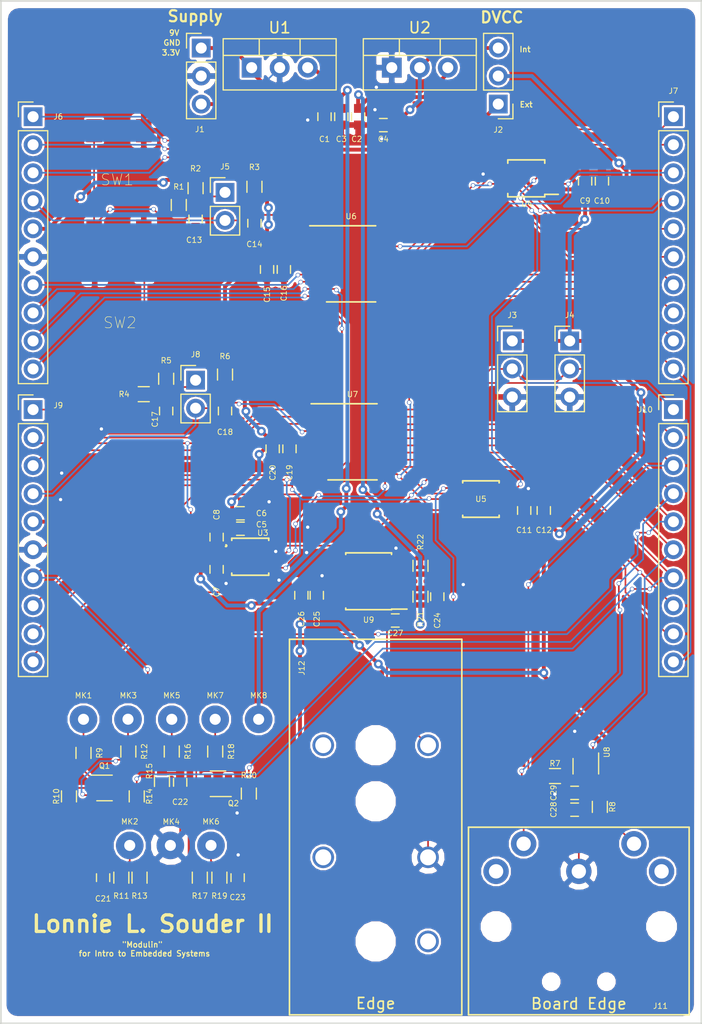
<source format=kicad_pcb>
(kicad_pcb (version 4) (host pcbnew 4.0.4-stable)
  (layers (0 F.Cu signal) (31 B.Cu signal) (34 B.Paste user) (35 F.Paste user) (36 B.SilkS user) (37 F.SilkS user) (38 B.Mask user) (39 F.Mask user) (44 Edge.Cuts user))
  (net 0 "")
  (net 1 GNDD)
  (net 2 +9V)
  (net 3 +5V)
  (net 4 "Net-(C4-Pad1)")
  (net 5 DVCC)
  (net 6 "Net-(C7-Pad1)")
  (net 7 "Net-(C8-Pad2)")
  (net 8 "Net-(C13-Pad1)")
  (net 9 /FR2311_setup1/~RST)
  (net 10 "Net-(C17-Pad1)")
  (net 11 /FR2311_setup2/~RST)
  (net 12 /RGB_Encoder/A)
  (net 13 /RGB_Encoder/Btn)
  (net 14 /RGB_Encoder/B)
  (net 15 /AudioOut/AudioOut)
  (net 16 "Net-(C24-Pad1)")
  (net 17 "Net-(C27-Pad2)")
  (net 18 "Net-(C27-Pad1)")
  (net 19 +3V3)
  (net 20 /FR2311_setup2/P1.2)
  (net 21 /FR2311_setup2/P1.3)
  (net 22 /FR2311_setup1/P1.1)
  (net 23 /FR2311_setup1/P1.0)
  (net 24 /FR2311_setup1/TEST)
  (net 25 /FR2311_setup1/P2.7)
  (net 26 /FR2311_setup1/P2.6)
  (net 27 /FR2311_setup1/P2.4)
  (net 28 /FR2311_setup1/P2.5)
  (net 29 /FR2311_setup1/P1.2)
  (net 30 /FR2311_setup1/P1.3)
  (net 31 /FR2311_setup1/P1.4)
  (net 32 /FR2311_setup1/P1.5)
  (net 33 /FR2311_setup1/P1.6)
  (net 34 /FR2311_setup1/P1.7)
  (net 35 /FR2311_setup1/P2.0)
  (net 36 /FR2311_setup1/P2.1)
  (net 37 /FR2311_setup1/P2.2)
  (net 38 /FR2311_setup1/P2.3)
  (net 39 /FR2311_setup2/P1.1)
  (net 40 /FR2311_setup2/P1.0)
  (net 41 /FR2311_setup2/TEST)
  (net 42 /FR2311_setup2/P2.6)
  (net 43 /FR2311_setup2/P1.6)
  (net 44 /MIDI_out/DataOut)
  (net 45 /FR2311_setup2/P2.0)
  (net 46 /FR2311_setup2/P2.1)
  (net 47 /FR2311_setup2/P2.2)
  (net 48 "Net-(J11-Pad1)")
  (net 49 "Net-(J11-Pad3)")
  (net 50 "Net-(J11-Pad4)")
  (net 51 "Net-(J11-Pad5)")
  (net 52 "Net-(MK1-Pad1)")
  (net 53 "Net-(MK2-Pad1)")
  (net 54 "Net-(MK3-Pad1)")
  (net 55 "Net-(MK5-Pad1)")
  (net 56 "Net-(MK6-Pad1)")
  (net 57 "Net-(MK7-Pad1)")
  (net 58 "Net-(Q1-Pad1)")
  (net 59 "Net-(Q1-Pad3)")
  (net 60 "Net-(Q2-Pad6)")
  (net 61 "Net-(R1-Pad2)")
  (net 62 "Net-(R4-Pad2)")
  (net 63 "Net-(R7-Pad2)")
  (net 64 "Net-(U3-Pad10)")
  (net 65 "Net-(U4-Pad3)")
  (net 66 "Net-(U4-Pad4)")
  (net 67 "Net-(U4-Pad5)")
  (net 68 "Net-(U5-Pad6)")
  (net 69 "Net-(U5-Pad7)")
  (net 70 "Net-(U8-Pad3)")
  (net 71 "Net-(U9-Pad5)")
  (net 72 "Net-(U9-Pad6)")
  (net 73 "Net-(U9-Pad7)")
  (module Capacitors_SMD:C_0603 (layer F.Cu) (at 150.622 71.501 270)
    (fp_text reference C1 (at 2.032 0 360) (layer F.SilkS) (effects (font (size 0.5 0.5) (thickness 0.075))))
    (fp_text value 100n hide)
    (pad 2 smd rect (at 0.75 0 270) (size 0.8 0.75) (layers F.Cu F.Paste F.Mask) (net 1 GNDD))
    (pad 1 smd rect (at -0.75 0 270) (size 0.8 0.75) (layers F.Cu F.Paste F.Mask) (net 2 +9V))
  )
  (module Capacitors_SMD:C_0603 (layer F.Cu) (at 153.67 71.501 270)
    (fp_text reference C2 (at 2.032 0.127 360) (layer F.SilkS) (effects (font (size 0.5 0.5) (thickness 0.075))))
    (fp_text value 100n hide)
    (pad 2 smd rect (at 0.75 0 270) (size 0.8 0.75) (layers F.Cu F.Paste F.Mask) (net 1 GNDD))
    (pad 1 smd rect (at -0.75 0 270) (size 0.8 0.75) (layers F.Cu F.Paste F.Mask) (net 2 +9V))
  )
  (module Capacitors_SMD:C_0603 (layer F.Cu) (at 152.146 71.501 270)
    (fp_text reference C3 (at 2.032 0 360) (layer F.SilkS) (effects (font (size 0.5 0.5) (thickness 0.075))))
    (fp_text value 10u hide)
    (pad 2 smd rect (at 0.75 0 270) (size 0.8 0.75) (layers F.Cu F.Paste F.Mask) (net 1 GNDD))
    (pad 1 smd rect (at -0.75 0 270) (size 0.8 0.75) (layers F.Cu F.Paste F.Mask) (net 3 +5V))
  )
  (module Capacitors_SMD:C_0603 (layer F.Cu) (at 155.956 72.263 180)
    (fp_text reference C4 (at 0 -1.27 180) (layer F.SilkS) (effects (font (size 0.5 0.5) (thickness 0.075))))
    (fp_text value 10u hide)
    (pad 2 smd rect (at 0.75 0 180) (size 0.8 0.75) (layers F.Cu F.Paste F.Mask) (net 1 GNDD))
    (pad 1 smd rect (at -0.75 0 180) (size 0.8 0.75) (layers F.Cu F.Paste F.Mask) (net 4 "Net-(C4-Pad1)"))
  )
  (module Capacitors_SMD:C_0603 (layer F.Cu) (at 143.002 108.839)
    (fp_text reference C5 (at 1.905 -0.381) (layer F.SilkS) (effects (font (size 0.5 0.5) (thickness 0.075))))
    (fp_text value 0.1u hide)
    (pad 2 smd rect (at 0.75 0) (size 0.8 0.75) (layers F.Cu F.Paste F.Mask) (net 1 GNDD))
    (pad 1 smd rect (at -0.75 0) (size 0.8 0.75) (layers F.Cu F.Paste F.Mask) (net 5 DVCC))
  )
  (module Capacitors_SMD:C_0603 (layer F.Cu) (at 143.002 107.442)
    (fp_text reference C6 (at 1.905 0) (layer F.SilkS) (effects (font (size 0.5 0.5) (thickness 0.075))))
    (fp_text value 10u hide)
    (pad 2 smd rect (at 0.75 0) (size 0.8 0.75) (layers F.Cu F.Paste F.Mask) (net 1 GNDD))
    (pad 1 smd rect (at -0.75 0) (size 0.8 0.75) (layers F.Cu F.Paste F.Mask) (net 5 DVCC))
  )
  (module Capacitors_SMD:C_0603 (layer F.Cu) (at 140.843 112.522 270)
    (fp_text reference C7 (at 2.032 0 270) (layer F.SilkS) (effects (font (size 0.5 0.5) (thickness 0.075))))
    (fp_text value 0.1u hide)
    (pad 2 smd rect (at 0.75 0 270) (size 0.8 0.75) (layers F.Cu F.Paste F.Mask) (net 1 GNDD))
    (pad 1 smd rect (at -0.75 0 270) (size 0.8 0.75) (layers F.Cu F.Paste F.Mask) (net 6 "Net-(C7-Pad1)"))
  )
  (module Capacitors_SMD:C_0603 (layer F.Cu) (at 140.843 109.601 90)
    (fp_text reference C8 (at 2.032 0 90) (layer F.SilkS) (effects (font (size 0.5 0.5) (thickness 0.075))))
    (fp_text value 10n hide)
    (pad 2 smd rect (at 0.75 0 90) (size 0.8 0.75) (layers F.Cu F.Paste F.Mask) (net 7 "Net-(C8-Pad2)"))
    (pad 1 smd rect (at -0.75 0 90) (size 0.8 0.75) (layers F.Cu F.Paste F.Mask) (net 5 DVCC))
  )
  (module Capacitors_SMD:C_0603 (layer F.Cu) (at 174.244 77.343 90)
    (fp_text reference C9 (at -1.778 0 180) (layer F.SilkS) (effects (font (size 0.5 0.5) (thickness 0.075))))
    (fp_text value 0.1u hide)
    (pad 2 smd rect (at 0.75 0 90) (size 0.8 0.75) (layers F.Cu F.Paste F.Mask) (net 1 GNDD))
    (pad 1 smd rect (at -0.75 0 90) (size 0.8 0.75) (layers F.Cu F.Paste F.Mask) (net 5 DVCC))
  )
  (module Capacitors_SMD:C_0603 (layer F.Cu) (at 175.768 77.343 90)
    (fp_text reference C10 (at -1.778 0 180) (layer F.SilkS) (effects (font (size 0.5 0.5) (thickness 0.075))))
    (fp_text value 1u hide)
    (pad 2 smd rect (at 0.75 0 90) (size 0.8 0.75) (layers F.Cu F.Paste F.Mask) (net 1 GNDD))
    (pad 1 smd rect (at -0.75 0 90) (size 0.8 0.75) (layers F.Cu F.Paste F.Mask) (net 5 DVCC))
  )
  (module Capacitors_SMD:C_0603 (layer F.Cu) (at 168.7195 107.188 90)
    (fp_text reference C11 (at -1.778 0 180) (layer F.SilkS) (effects (font (size 0.5 0.5) (thickness 0.075))))
    (fp_text value 1u hide)
    (pad 2 smd rect (at 0.75 0 90) (size 0.8 0.75) (layers F.Cu F.Paste F.Mask) (net 1 GNDD))
    (pad 1 smd rect (at -0.75 0 90) (size 0.8 0.75) (layers F.Cu F.Paste F.Mask) (net 5 DVCC))
  )
  (module Capacitors_SMD:C_0603 (layer F.Cu) (at 170.4975 107.188 90)
    (fp_text reference C12 (at -1.778 0 180) (layer F.SilkS) (effects (font (size 0.5 0.5) (thickness 0.075))))
    (fp_text value 10n hide)
    (pad 2 smd rect (at 0.75 0 90) (size 0.8 0.75) (layers F.Cu F.Paste F.Mask) (net 1 GNDD))
    (pad 1 smd rect (at -0.75 0 90) (size 0.8 0.75) (layers F.Cu F.Paste F.Mask) (net 5 DVCC))
  )
  (module Capacitors_SMD:C_0603 (layer F.Cu) (at 138.938 80.772 270)
    (fp_text reference C13 (at 1.905 0.127 360) (layer F.SilkS) (effects (font (size 0.5 0.5) (thickness 0.075))))
    (fp_text value 10n hide)
    (pad 2 smd rect (at 0.75 0 270) (size 0.8 0.75) (layers F.Cu F.Paste F.Mask) (net 1 GNDD))
    (pad 1 smd rect (at -0.75 0 270) (size 0.8 0.75) (layers F.Cu F.Paste F.Mask) (net 8 "Net-(C13-Pad1)"))
  )
  (module Capacitors_SMD:C_0603 (layer F.Cu) (at 144.272 81.153 90)
    (fp_text reference C14 (at -1.905 0 180) (layer F.SilkS) (effects (font (size 0.5 0.5) (thickness 0.075))))
    (fp_text value 1n hide)
    (pad 2 smd rect (at 0.75 0 90) (size 0.8 0.75) (layers F.Cu F.Paste F.Mask) (net 9 /FR2311_setup1/~RST))
    (pad 1 smd rect (at -0.75 0 90) (size 0.8 0.75) (layers F.Cu F.Paste F.Mask) (net 1 GNDD))
  )
  (module Capacitors_SMD:C_0603 (layer F.Cu) (at 145.415 85.344 270)
    (fp_text reference C15 (at 2.286 0 270) (layer F.SilkS) (effects (font (size 0.5 0.5) (thickness 0.075))))
    (fp_text value 1u hide)
    (pad 2 smd rect (at 0.75 0 270) (size 0.8 0.75) (layers F.Cu F.Paste F.Mask) (net 1 GNDD))
    (pad 1 smd rect (at -0.75 0 270) (size 0.8 0.75) (layers F.Cu F.Paste F.Mask) (net 5 DVCC))
  )
  (module Capacitors_SMD:C_0603 (layer F.Cu) (at 146.939 85.344 270)
    (fp_text reference C16 (at 2.159 0 270) (layer F.SilkS) (effects (font (size 0.5 0.5) (thickness 0.075))))
    (fp_text value 100n hide)
    (pad 2 smd rect (at 0.75 0 270) (size 0.8 0.75) (layers F.Cu F.Paste F.Mask) (net 1 GNDD))
    (pad 1 smd rect (at -0.75 0 270) (size 0.8 0.75) (layers F.Cu F.Paste F.Mask) (net 5 DVCC))
  )
  (module Capacitors_SMD:C_0603 (layer F.Cu) (at 136.271 98.171 270)
    (fp_text reference C17 (at 0.762 1.016 450) (layer F.SilkS) (effects (font (size 0.5 0.5) (thickness 0.075))))
    (fp_text value 10n hide)
    (pad 2 smd rect (at 0.75 0 270) (size 0.8 0.75) (layers F.Cu F.Paste F.Mask) (net 1 GNDD))
    (pad 1 smd rect (at -0.75 0 270) (size 0.8 0.75) (layers F.Cu F.Paste F.Mask) (net 10 "Net-(C17-Pad1)"))
  )
  (module Capacitors_SMD:C_0603 (layer F.Cu) (at 141.605 98.171 90)
    (fp_text reference C18 (at -1.905 0 180) (layer F.SilkS) (effects (font (size 0.5 0.5) (thickness 0.075))))
    (fp_text value 1n hide)
    (pad 2 smd rect (at 0.75 0 90) (size 0.8 0.75) (layers F.Cu F.Paste F.Mask) (net 11 /FR2311_setup2/~RST))
    (pad 1 smd rect (at -0.75 0 90) (size 0.8 0.75) (layers F.Cu F.Paste F.Mask) (net 1 GNDD))
  )
  (module Capacitors_SMD:C_0603 (layer F.Cu) (at 147.447 101.6 270)
    (fp_text reference C19 (at 2.159 0 270) (layer F.SilkS) (effects (font (size 0.5 0.5) (thickness 0.075))))
    (fp_text value 1u hide)
    (pad 2 smd rect (at 0.75 0 270) (size 0.8 0.75) (layers F.Cu F.Paste F.Mask) (net 1 GNDD))
    (pad 1 smd rect (at -0.75 0 270) (size 0.8 0.75) (layers F.Cu F.Paste F.Mask) (net 5 DVCC))
  )
  (module Capacitors_SMD:C_0603 (layer F.Cu) (at 145.923 101.6 270)
    (fp_text reference C20 (at 2.159 0 270) (layer F.SilkS) (effects (font (size 0.5 0.5) (thickness 0.075))))
    (fp_text value 100n hide)
    (pad 2 smd rect (at 0.75 0 270) (size 0.8 0.75) (layers F.Cu F.Paste F.Mask) (net 1 GNDD))
    (pad 1 smd rect (at -0.75 0 270) (size 0.8 0.75) (layers F.Cu F.Paste F.Mask) (net 5 DVCC))
  )
  (module Capacitors_SMD:C_0603 (layer F.Cu) (at 130.556 140.462 90)
    (fp_text reference C21 (at -1.905 0 180) (layer F.SilkS) (effects (font (size 0.5 0.5) (thickness 0.075))))
    (fp_text value 10n)
    (pad 2 smd rect (at 0.75 0 90) (size 0.8 0.75) (layers F.Cu F.Paste F.Mask) (net 1 GNDD))
    (pad 1 smd rect (at -0.75 0 90) (size 0.8 0.75) (layers F.Cu F.Paste F.Mask) (net 12 /RGB_Encoder/A))
  )
  (module Capacitors_SMD:C_0603 (layer F.Cu) (at 137.541 131.826 270)
    (fp_text reference C22 (at 1.778 0 360) (layer F.SilkS) (effects (font (size 0.5 0.5) (thickness 0.075))))
    (fp_text value 10n hide)
    (pad 2 smd rect (at 0.75 0 270) (size 0.8 0.75) (layers F.Cu F.Paste F.Mask) (net 1 GNDD))
    (pad 1 smd rect (at -0.75 0 270) (size 0.8 0.75) (layers F.Cu F.Paste F.Mask) (net 13 /RGB_Encoder/Btn))
  )
  (module Capacitors_SMD:C_0603 (layer F.Cu) (at 142.748 140.462 90)
    (fp_text reference C23 (at -1.778 0 180) (layer F.SilkS) (effects (font (size 0.5 0.5) (thickness 0.075))))
    (fp_text value 10n hide)
    (pad 2 smd rect (at 0.75 0 90) (size 0.8 0.75) (layers F.Cu F.Paste F.Mask) (net 1 GNDD))
    (pad 1 smd rect (at -0.75 0 90) (size 0.8 0.75) (layers F.Cu F.Paste F.Mask) (net 14 /RGB_Encoder/B))
  )
  (module Capacitors_SMD:C_0603 (layer F.Cu) (at 160.8455 114.9985 270)
    (fp_text reference C24 (at 2.159 0 270) (layer F.SilkS) (effects (font (size 0.5 0.5) (thickness 0.075))))
    (fp_text value 1u hide)
    (pad 2 smd rect (at 0.75 0 270) (size 0.8 0.75) (layers F.Cu F.Paste F.Mask) (net 15 /AudioOut/AudioOut))
    (pad 1 smd rect (at -0.75 0 270) (size 0.8 0.75) (layers F.Cu F.Paste F.Mask) (net 16 "Net-(C24-Pad1)"))
  )
  (module Capacitors_SMD:C_0603 (layer F.Cu) (at 149.9235 114.8715 270)
    (fp_text reference C25 (at 2.159 0 270) (layer F.SilkS) (effects (font (size 0.5 0.5) (thickness 0.075))))
    (fp_text value 1u hide)
    (pad 2 smd rect (at 0.75 0 270) (size 0.8 0.75) (layers F.Cu F.Paste F.Mask) (net 5 DVCC))
    (pad 1 smd rect (at -0.75 0 270) (size 0.8 0.75) (layers F.Cu F.Paste F.Mask) (net 1 GNDD))
  )
  (module Capacitors_SMD:C_0603 (layer F.Cu) (at 148.5265 114.8715 90)
    (fp_text reference C26 (at -2.159 0 90) (layer F.SilkS) (effects (font (size 0.5 0.5) (thickness 0.075))))
    (fp_text value 10n hide)
    (pad 2 smd rect (at 0.75 0 90) (size 0.8 0.75) (layers F.Cu F.Paste F.Mask) (net 1 GNDD))
    (pad 1 smd rect (at -0.75 0 90) (size 0.8 0.75) (layers F.Cu F.Paste F.Mask) (net 5 DVCC))
  )
  (module Capacitors_SMD:C_0603 (layer F.Cu) (at 157.0355 117.1575)
    (fp_text reference C27 (at 0 1.143) (layer F.SilkS) (effects (font (size 0.5 0.5) (thickness 0.075))))
    (fp_text value 1u hide)
    (pad 2 smd rect (at 0.75 0) (size 0.8 0.75) (layers F.Cu F.Paste F.Mask) (net 17 "Net-(C27-Pad2)"))
    (pad 1 smd rect (at -0.75 0) (size 0.8 0.75) (layers F.Cu F.Paste F.Mask) (net 18 "Net-(C27-Pad1)"))
  )
  (module Pin_Headers:Pin_Header_Straight_1x03_Pitch2.54mm (layer F.Cu) (at 139.446 65.278)
    (fp_text reference J1 (at -0.127 7.366) (layer F.SilkS) (effects (font (size 0.5 0.5) (thickness 0.075))))
    (fp_text value Conn_01x03_Male hide)
    (pad 1 thru_hole rect (at 0 0) (size 1.7 1.7) (drill 1) (layers *.Cu *.Mask) (net 2 +9V))
    (pad 2 thru_hole oval (at 0 2.54) (size 1.7 1.7) (drill 1) (layers *.Cu *.Mask) (net 1 GNDD))
    (pad 3 thru_hole oval (at 0 5.08) (size 1.7 1.7) (drill 1) (layers *.Cu *.Mask) (net 19 +3V3))
  )
  (module Pin_Headers:Pin_Header_Straight_1x03_Pitch2.54mm (layer F.Cu) (at 166.37 70.358 180)
    (fp_text reference J2 (at 0 -2.33 180) (layer F.SilkS) (effects (font (size 0.5 0.5) (thickness 0.075))))
    (fp_text value Conn_01x03_Male hide)
    (pad 1 thru_hole rect (at 0 0 180) (size 1.7 1.7) (drill 1) (layers *.Cu *.Mask) (net 19 +3V3))
    (pad 2 thru_hole oval (at 0 2.54 180) (size 1.7 1.7) (drill 1) (layers *.Cu *.Mask) (net 5 DVCC))
    (pad 3 thru_hole oval (at 0 5.08 180) (size 1.7 1.7) (drill 1) (layers *.Cu *.Mask) (net 4 "Net-(C4-Pad1)"))
  )
  (module Pin_Headers:Pin_Header_Straight_1x03_Pitch2.54mm (layer F.Cu) (at 167.64 91.821)
    (fp_text reference J3 (at 0 -2.33) (layer F.SilkS) (effects (font (size 0.5 0.5) (thickness 0.075))))
    (fp_text value Conn_01x03_Female hide)
    (pad 1 thru_hole rect (at 0 0) (size 1.7 1.7) (drill 1) (layers *.Cu *.Mask) (net 5 DVCC))
    (pad 2 thru_hole oval (at 0 2.54) (size 1.7 1.7) (drill 1) (layers *.Cu *.Mask) (net 20 /FR2311_setup2/P1.2))
    (pad 3 thru_hole oval (at 0 5.08) (size 1.7 1.7) (drill 1) (layers *.Cu *.Mask) (net 1 GNDD))
  )
  (module Pin_Headers:Pin_Header_Straight_1x03_Pitch2.54mm (layer F.Cu) (at 172.847 91.821)
    (fp_text reference J4 (at 0 -2.33) (layer F.SilkS) (effects (font (size 0.5 0.5) (thickness 0.075))))
    (fp_text value Conn_01x03_Female hide)
    (pad 1 thru_hole rect (at 0 0) (size 1.7 1.7) (drill 1) (layers *.Cu *.Mask) (net 5 DVCC))
    (pad 2 thru_hole oval (at 0 2.54) (size 1.7 1.7) (drill 1) (layers *.Cu *.Mask) (net 21 /FR2311_setup2/P1.3))
    (pad 3 thru_hole oval (at 0 5.08) (size 1.7 1.7) (drill 1) (layers *.Cu *.Mask) (net 1 GNDD))
  )
  (module Pin_Headers:Pin_Header_Straight_1x02_Pitch2.54mm (layer F.Cu) (at 141.605 78.359)
    (fp_text reference J5 (at 0 -2.33) (layer F.SilkS) (effects (font (size 0.5 0.5) (thickness 0.075))))
    (fp_text value Conn_01x02_Male hide)
    (pad 1 thru_hole rect (at 0 0) (size 1.7 1.7) (drill 1) (layers *.Cu *.Mask) (net 8 "Net-(C13-Pad1)"))
    (pad 2 thru_hole oval (at 0 2.54) (size 1.7 1.7) (drill 1) (layers *.Cu *.Mask) (net 9 /FR2311_setup1/~RST))
  )
  (module Pin_Headers:Pin_Header_Straight_1x10_Pitch2.54mm (layer F.Cu) (at 124.206 71.501)
    (fp_text reference J6 (at 2.286 0) (layer F.SilkS) (effects (font (size 0.5 0.5) (thickness 0.075))))
    (fp_text value Conn_01x10_Male hide)
    (pad 1 thru_hole rect (at 0 0) (size 1.7 1.7) (drill 1) (layers *.Cu *.Mask) (net 22 /FR2311_setup1/P1.1))
    (pad 2 thru_hole oval (at 0 2.54) (size 1.7 1.7) (drill 1) (layers *.Cu *.Mask) (net 23 /FR2311_setup1/P1.0))
    (pad 3 thru_hole oval (at 0 5.08) (size 1.7 1.7) (drill 1) (layers *.Cu *.Mask) (net 24 /FR2311_setup1/TEST))
    (pad 4 thru_hole oval (at 0 7.62) (size 1.7 1.7) (drill 1) (layers *.Cu *.Mask) (net 9 /FR2311_setup1/~RST))
    (pad 5 thru_hole oval (at 0 10.16) (size 1.7 1.7) (drill 1) (layers *.Cu *.Mask) (net 5 DVCC))
    (pad 6 thru_hole oval (at 0 12.7) (size 1.7 1.7) (drill 1) (layers *.Cu *.Mask) (net 1 GNDD))
    (pad 7 thru_hole oval (at 0 15.24) (size 1.7 1.7) (drill 1) (layers *.Cu *.Mask) (net 25 /FR2311_setup1/P2.7))
    (pad 8 thru_hole oval (at 0 17.78) (size 1.7 1.7) (drill 1) (layers *.Cu *.Mask) (net 26 /FR2311_setup1/P2.6))
    (pad 9 thru_hole oval (at 0 20.32) (size 1.7 1.7) (drill 1) (layers *.Cu *.Mask) (net 27 /FR2311_setup1/P2.4))
    (pad 10 thru_hole oval (at 0 22.86) (size 1.7 1.7) (drill 1) (layers *.Cu *.Mask) (net 28 /FR2311_setup1/P2.5))
  )
  (module Pin_Headers:Pin_Header_Straight_1x10_Pitch2.54mm (layer F.Cu) (at 182.245 71.501)
    (fp_text reference J7 (at 0 -2.33) (layer F.SilkS) (effects (font (size 0.5 0.5) (thickness 0.075))))
    (fp_text value Conn_01x10_Male hide)
    (pad 1 thru_hole rect (at 0 0) (size 1.7 1.7) (drill 1) (layers *.Cu *.Mask) (net 29 /FR2311_setup1/P1.2))
    (pad 2 thru_hole oval (at 0 2.54) (size 1.7 1.7) (drill 1) (layers *.Cu *.Mask) (net 30 /FR2311_setup1/P1.3))
    (pad 3 thru_hole oval (at 0 5.08) (size 1.7 1.7) (drill 1) (layers *.Cu *.Mask) (net 31 /FR2311_setup1/P1.4))
    (pad 4 thru_hole oval (at 0 7.62) (size 1.7 1.7) (drill 1) (layers *.Cu *.Mask) (net 32 /FR2311_setup1/P1.5))
    (pad 5 thru_hole oval (at 0 10.16) (size 1.7 1.7) (drill 1) (layers *.Cu *.Mask) (net 33 /FR2311_setup1/P1.6))
    (pad 6 thru_hole oval (at 0 12.7) (size 1.7 1.7) (drill 1) (layers *.Cu *.Mask) (net 34 /FR2311_setup1/P1.7))
    (pad 7 thru_hole oval (at 0 15.24) (size 1.7 1.7) (drill 1) (layers *.Cu *.Mask) (net 35 /FR2311_setup1/P2.0))
    (pad 8 thru_hole oval (at 0 17.78) (size 1.7 1.7) (drill 1) (layers *.Cu *.Mask) (net 36 /FR2311_setup1/P2.1))
    (pad 9 thru_hole oval (at 0 20.32) (size 1.7 1.7) (drill 1) (layers *.Cu *.Mask) (net 37 /FR2311_setup1/P2.2))
    (pad 10 thru_hole oval (at 0 22.86) (size 1.7 1.7) (drill 1) (layers *.Cu *.Mask) (net 38 /FR2311_setup1/P2.3))
  )
  (module Pin_Headers:Pin_Header_Straight_1x02_Pitch2.54mm (layer F.Cu) (at 138.938 95.377)
    (fp_text reference J8 (at 0 -2.33) (layer F.SilkS) (effects (font (size 0.5 0.5) (thickness 0.075))))
    (fp_text value Conn_01x02_Male hide)
    (pad 1 thru_hole rect (at 0 0) (size 1.7 1.7) (drill 1) (layers *.Cu *.Mask) (net 10 "Net-(C17-Pad1)"))
    (pad 2 thru_hole oval (at 0 2.54) (size 1.7 1.7) (drill 1) (layers *.Cu *.Mask) (net 11 /FR2311_setup2/~RST))
  )
  (module Pin_Headers:Pin_Header_Straight_1x10_Pitch2.54mm (layer F.Cu) (at 124.206 98.044)
    (fp_text reference J9 (at 2.286 -0.381) (layer F.SilkS) (effects (font (size 0.5 0.5) (thickness 0.075))))
    (fp_text value Conn_01x10_Male hide)
    (pad 1 thru_hole rect (at 0 0) (size 1.7 1.7) (drill 1) (layers *.Cu *.Mask) (net 39 /FR2311_setup2/P1.1))
    (pad 2 thru_hole oval (at 0 2.54) (size 1.7 1.7) (drill 1) (layers *.Cu *.Mask) (net 40 /FR2311_setup2/P1.0))
    (pad 3 thru_hole oval (at 0 5.08) (size 1.7 1.7) (drill 1) (layers *.Cu *.Mask) (net 41 /FR2311_setup2/TEST))
    (pad 4 thru_hole oval (at 0 7.62) (size 1.7 1.7) (drill 1) (layers *.Cu *.Mask) (net 11 /FR2311_setup2/~RST))
    (pad 5 thru_hole oval (at 0 10.16) (size 1.7 1.7) (drill 1) (layers *.Cu *.Mask) (net 5 DVCC))
    (pad 6 thru_hole oval (at 0 12.7) (size 1.7 1.7) (drill 1) (layers *.Cu *.Mask) (net 1 GNDD))
    (pad 7 thru_hole oval (at 0 15.24) (size 1.7 1.7) (drill 1) (layers *.Cu *.Mask) (net 13 /RGB_Encoder/Btn))
    (pad 8 thru_hole oval (at 0 17.78) (size 1.7 1.7) (drill 1) (layers *.Cu *.Mask) (net 42 /FR2311_setup2/P2.6))
    (pad 9 thru_hole oval (at 0 20.32) (size 1.7 1.7) (drill 1) (layers *.Cu *.Mask) (net 27 /FR2311_setup1/P2.4))
    (pad 10 thru_hole oval (at 0 22.86) (size 1.7 1.7) (drill 1) (layers *.Cu *.Mask) (net 28 /FR2311_setup1/P2.5))
  )
  (module Pin_Headers:Pin_Header_Straight_1x10_Pitch2.54mm (layer F.Cu) (at 182.245 98.044)
    (fp_text reference J10 (at -2.54 0) (layer F.SilkS) (effects (font (size 0.5 0.5) (thickness 0.075))))
    (fp_text value Conn_01x10_Male hide)
    (pad 1 thru_hole rect (at 0 0) (size 1.7 1.7) (drill 1) (layers *.Cu *.Mask) (net 20 /FR2311_setup2/P1.2))
    (pad 2 thru_hole oval (at 0 2.54) (size 1.7 1.7) (drill 1) (layers *.Cu *.Mask) (net 21 /FR2311_setup2/P1.3))
    (pad 3 thru_hole oval (at 0 5.08) (size 1.7 1.7) (drill 1) (layers *.Cu *.Mask) (net 12 /RGB_Encoder/A))
    (pad 4 thru_hole oval (at 0 7.62) (size 1.7 1.7) (drill 1) (layers *.Cu *.Mask) (net 14 /RGB_Encoder/B))
    (pad 5 thru_hole oval (at 0 10.16) (size 1.7 1.7) (drill 1) (layers *.Cu *.Mask) (net 43 /FR2311_setup2/P1.6))
    (pad 6 thru_hole oval (at 0 12.7) (size 1.7 1.7) (drill 1) (layers *.Cu *.Mask) (net 44 /MIDI_out/DataOut))
    (pad 7 thru_hole oval (at 0 15.24) (size 1.7 1.7) (drill 1) (layers *.Cu *.Mask) (net 45 /FR2311_setup2/P2.0))
    (pad 8 thru_hole oval (at 0 17.78) (size 1.7 1.7) (drill 1) (layers *.Cu *.Mask) (net 46 /FR2311_setup2/P2.1))
    (pad 9 thru_hole oval (at 0 20.32) (size 1.7 1.7) (drill 1) (layers *.Cu *.Mask) (net 47 /FR2311_setup2/P2.2))
    (pad 10 thru_hole oval (at 0 22.86) (size 1.7 1.7) (drill 1) (layers *.Cu *.Mask) (net 38 /FR2311_setup1/P2.3))
  )
  (module Modulin:SDS-50J (layer F.Cu) (at 173.6725 139.8905)
    (fp_text reference J11 (at 7.4 12.2) (layer F.SilkS) (effects (font (size 0.5 0.5) (thickness 0.075))))
    (fp_text value DIN-5_180degree)
    (fp_text user "Board Edge" (at 0 12) (layer F.SilkS))
    (pad 2 thru_hole circle (at 0 0) (size 2.3 2.3) (drill 1.3) (layers *.Cu *.Mask) (net 1 GNDD))
    (pad 1 thru_hole circle (at 7.5 0) (size 2.3 2.3) (drill 1.3) (layers *.Cu *.Mask) (net 48 "Net-(J11-Pad1)"))
    (pad 3 thru_hole circle (at -7.5 0) (size 2.3 2.3) (drill 1.3) (layers *.Cu *.Mask) (net 49 "Net-(J11-Pad3)"))
    (pad 4 thru_hole circle (at 5 -2.5) (size 2.3 2.3) (drill 1.3) (layers *.Cu *.Mask) (net 50 "Net-(J11-Pad4)"))
    (pad 5 thru_hole circle (at -5 -2.5) (size 2.3 2.3) (drill 1.3) (layers *.Cu *.Mask) (net 51 "Net-(J11-Pad5)"))
    (pad "" np_thru_hole circle (at 2.5 10) (size 1.3 1.3) (drill 1.3) (layers *.Cu *.Mask))
    (pad "" np_thru_hole circle (at -2.5 10) (size 1.3 1.3) (drill 1.3) (layers *.Cu *.Mask))
    (pad "" np_thru_hole circle (at 7.5 5) (size 2.4 2.4) (drill 2.4) (layers *.Cu *.Mask))
    (pad "" np_thru_hole circle (at -7.5 5) (size 2.4 2.4) (drill 2.4) (layers *.Cu *.Mask))
  )
  (module Modulin:SN37A14B (layer F.Cu) (at 155.2575 128.4605 270)
    (fp_text reference J12 (at -7 6.7 270) (layer F.SilkS) (effects (font (size 0.5 0.5) (thickness 0.075))))
    (fp_text value Audio-Jack-2)
    (fp_text user Edge (at 23.4 0 360) (layer F.SilkS))
    (pad 3 thru_hole circle (at 17.78 -4.7498 270) (size 1.9558 1.9558) (drill 1.4478) (layers *.Cu *.Mask))
    (pad 5 thru_hole circle (at 10.16 4.7502 270) (size 1.9558 1.9558) (drill 1.4478) (layers *.Cu *.Mask))
    (pad 2 thru_hole circle (at 10.16 -4.7498 270) (size 1.9558 1.9558) (drill 1.4478) (layers *.Cu *.Mask) (net 1 GNDD))
    (pad 4 thru_hole circle (at 0 4.7498 270) (size 1.9558 1.9558) (drill 1.4478) (layers *.Cu *.Mask))
    (pad "" np_thru_hole circle (at 0 0 270) (size 3.2512 3.2512) (drill 3.2512) (layers *.Cu *.Mask))
    (pad "" np_thru_hole circle (at 17.78 0 270) (size 3.2512 3.2512) (drill 3.2512) (layers *.Cu *.Mask))
    (pad "" np_thru_hole circle (at 5.08 0 270) (size 3.2512 3.2512) (drill 3.2512) (layers *.Cu *.Mask))
    (pad 1 thru_hole circle (at 0 -4.7498 270) (size 1.9558 1.9558) (drill 1.4478) (layers *.Cu *.Mask) (net 18 "Net-(C27-Pad1)"))
  )
  (module Wire_Pads:SolderWirePad_single_1mmDrill (layer F.Cu) (at 128.778 126.111)
    (fp_text reference MK1 (at 0 -2.159) (layer F.SilkS) (effects (font (size 0.5 0.5) (thickness 0.075))))
    (fp_text value Mounting_Hole_PAD hide)
    (pad 1 thru_hole circle (at 0 0) (size 2.49936 2.49936) (drill 1.00076) (layers *.Cu *.Mask) (net 52 "Net-(MK1-Pad1)"))
  )
  (module Wire_Pads:SolderWirePad_single_1mmDrill (layer F.Cu) (at 132.969 137.541)
    (fp_text reference MK2 (at 0 -2.159) (layer F.SilkS) (effects (font (size 0.5 0.5) (thickness 0.075))))
    (fp_text value Mounting_Hole_PAD hide)
    (pad 1 thru_hole circle (at 0 0) (size 2.49936 2.49936) (drill 1.00076) (layers *.Cu *.Mask) (net 53 "Net-(MK2-Pad1)"))
  )
  (module Wire_Pads:SolderWirePad_single_1mmDrill (layer F.Cu) (at 132.812286 126.105)
    (fp_text reference MK3 (at 0.029714 -2.153) (layer F.SilkS) (effects (font (size 0.5 0.5) (thickness 0.075))))
    (fp_text value Mounting_Hole_PAD hide)
    (pad 1 thru_hole circle (at 0 0) (size 2.49936 2.49936) (drill 1.00076) (layers *.Cu *.Mask) (net 54 "Net-(MK3-Pad1)"))
  )
  (module Wire_Pads:SolderWirePad_single_1mmDrill (layer F.Cu) (at 136.652 137.541)
    (fp_text reference MK4 (at 0.078714 -2.153) (layer F.SilkS) (effects (font (size 0.5 0.5) (thickness 0.075))))
    (fp_text value Mounting_Hole_PAD hide)
    (pad 1 thru_hole circle (at 0 0) (size 2.49936 2.49936) (drill 1.00076) (layers *.Cu *.Mask) (net 1 GNDD))
  )
  (module Wire_Pads:SolderWirePad_single_1mmDrill (layer F.Cu) (at 136.779 126.111)
    (fp_text reference MK5 (at 0 -2.159) (layer F.SilkS) (effects (font (size 0.5 0.5) (thickness 0.075))))
    (fp_text value Mounting_Hole_PAD hide)
    (pad 1 thru_hole circle (at 0 0) (size 2.49936 2.49936) (drill 1.00076) (layers *.Cu *.Mask) (net 55 "Net-(MK5-Pad1)"))
  )
  (module Wire_Pads:SolderWirePad_single_1mmDrill (layer F.Cu) (at 140.335 137.541)
    (fp_text reference MK6 (at 0 -2.159) (layer F.SilkS) (effects (font (size 0.5 0.5) (thickness 0.075))))
    (fp_text value Mounting_Hole_PAD hide)
    (pad 1 thru_hole circle (at 0 0) (size 2.49936 2.49936) (drill 1.00076) (layers *.Cu *.Mask) (net 56 "Net-(MK6-Pad1)"))
  )
  (module Wire_Pads:SolderWirePad_single_1mmDrill (layer F.Cu) (at 140.716 126.111)
    (fp_text reference MK7 (at 0 -2.159) (layer F.SilkS) (effects (font (size 0.5 0.5) (thickness 0.075))))
    (fp_text value Mounting_Hole_PAD hide)
    (pad 1 thru_hole circle (at 0 0) (size 2.49936 2.49936) (drill 1.00076) (layers *.Cu *.Mask) (net 57 "Net-(MK7-Pad1)"))
  )
  (module Wire_Pads:SolderWirePad_single_1mmDrill (layer F.Cu) (at 144.653 126.111)
    (fp_text reference MK8 (at 0 -2.159) (layer F.SilkS) (effects (font (size 0.5 0.5) (thickness 0.075))))
    (fp_text value Mounting_Hole_PAD hide)
    (pad 1 thru_hole circle (at 0 0) (size 2.49936 2.49936) (drill 1.00076) (layers *.Cu *.Mask) (net 3 +5V))
  )
  (module TO_SOT_Packages_SMD:SOT-363_SC-70-6 (layer F.Cu) (at 130.683 132.334)
    (fp_text reference Q1 (at 0 -2) (layer F.SilkS) (effects (font (size 0.5 0.5) (thickness 0.075))))
    (fp_text value DMN63D8LDW-7 hide)
    (pad 1 smd rect (at -0.95 -0.65) (size 0.65 0.4) (layers F.Cu F.Paste F.Mask) (net 58 "Net-(Q1-Pad1)"))
    (pad 3 smd rect (at -0.95 0.65) (size 0.65 0.4) (layers F.Cu F.Paste F.Mask) (net 59 "Net-(Q1-Pad3)"))
    (pad 5 smd rect (at 0.95 0) (size 0.65 0.4) (layers F.Cu F.Paste F.Mask) (net 45 /FR2311_setup2/P2.0))
    (pad 2 smd rect (at -0.95 0) (size 0.65 0.4) (layers F.Cu F.Paste F.Mask) (net 43 /FR2311_setup2/P1.6))
    (pad 4 smd rect (at 0.95 0.65) (size 0.65 0.4) (layers F.Cu F.Paste F.Mask) (net 1 GNDD))
    (pad 6 smd rect (at 0.95 -0.65) (size 0.65 0.4) (layers F.Cu F.Paste F.Mask) (net 1 GNDD))
  )
  (module TO_SOT_Packages_SMD:SOT-363_SC-70-6 (layer F.Cu) (at 140.97 131.953 180)
    (fp_text reference Q2 (at -1.397 -1.778 180) (layer F.SilkS) (effects (font (size 0.5 0.5) (thickness 0.075))))
    (fp_text value DMN63D8LDW-7 hide)
    (pad 1 smd rect (at -0.95 -0.65 180) (size 0.65 0.4) (layers F.Cu F.Paste F.Mask) (net 1 GNDD))
    (pad 3 smd rect (at -0.95 0.65 180) (size 0.65 0.4) (layers F.Cu F.Paste F.Mask))
    (pad 5 smd rect (at 0.95 0 180) (size 0.65 0.4) (layers F.Cu F.Paste F.Mask))
    (pad 2 smd rect (at -0.95 0 180) (size 0.65 0.4) (layers F.Cu F.Paste F.Mask) (net 46 /FR2311_setup2/P2.1))
    (pad 4 smd rect (at 0.95 0.65 180) (size 0.65 0.4) (layers F.Cu F.Paste F.Mask))
    (pad 6 smd rect (at 0.95 -0.65 180) (size 0.65 0.4) (layers F.Cu F.Paste F.Mask) (net 60 "Net-(Q2-Pad6)"))
  )
  (module Resistors_SMD:R_0603 (layer F.Cu) (at 137.414 79.502 270)
    (fp_text reference R1 (at -1.651 0 360) (layer F.SilkS) (effects (font (size 0.5 0.5) (thickness 0.075))))
    (fp_text value 10k hide)
    (pad 1 smd rect (at -0.75 0 270) (size 0.5 0.9) (layers F.Cu F.Paste F.Mask) (net 8 "Net-(C13-Pad1)"))
    (pad 2 smd rect (at 0.75 0 270) (size 0.5 0.9) (layers F.Cu F.Paste F.Mask) (net 61 "Net-(R1-Pad2)"))
  )
  (module Resistors_SMD:R_0603 (layer F.Cu) (at 138.938 77.978 270)
    (fp_text reference R2 (at -1.778 0 360) (layer F.SilkS) (effects (font (size 0.5 0.5) (thickness 0.075))))
    (fp_text value 10k hide)
    (pad 1 smd rect (at -0.75 0 270) (size 0.5 0.9) (layers F.Cu F.Paste F.Mask) (net 5 DVCC))
    (pad 2 smd rect (at 0.75 0 270) (size 0.5 0.9) (layers F.Cu F.Paste F.Mask) (net 8 "Net-(C13-Pad1)"))
  )
  (module Resistors_SMD:R_0603 (layer F.Cu) (at 144.272 77.851 90)
    (fp_text reference R3 (at 1.778 0 180) (layer F.SilkS) (effects (font (size 0.5 0.5) (thickness 0.075))))
    (fp_text value 47 hide)
    (pad 1 smd rect (at -0.75 0 90) (size 0.5 0.9) (layers F.Cu F.Paste F.Mask) (net 9 /FR2311_setup1/~RST))
    (pad 2 smd rect (at 0.75 0 90) (size 0.5 0.9) (layers F.Cu F.Paste F.Mask) (net 5 DVCC))
  )
  (module Resistors_SMD:R_0603 (layer F.Cu) (at 134.239 96.647 180)
    (fp_text reference R4 (at 1.778 0 180) (layer F.SilkS) (effects (font (size 0.5 0.5) (thickness 0.075))))
    (fp_text value 10k hide)
    (pad 1 smd rect (at -0.75 0 180) (size 0.5 0.9) (layers F.Cu F.Paste F.Mask) (net 10 "Net-(C17-Pad1)"))
    (pad 2 smd rect (at 0.75 0 180) (size 0.5 0.9) (layers F.Cu F.Paste F.Mask) (net 62 "Net-(R4-Pad2)"))
  )
  (module Resistors_SMD:R_0603 (layer F.Cu) (at 136.271 95.25 270)
    (fp_text reference R5 (at -1.651 0 360) (layer F.SilkS) (effects (font (size 0.5 0.5) (thickness 0.075))))
    (fp_text value 10k hide)
    (pad 1 smd rect (at -0.75 0 270) (size 0.5 0.9) (layers F.Cu F.Paste F.Mask) (net 5 DVCC))
    (pad 2 smd rect (at 0.75 0 270) (size 0.5 0.9) (layers F.Cu F.Paste F.Mask) (net 10 "Net-(C17-Pad1)"))
  )
  (module Resistors_SMD:R_0603 (layer F.Cu) (at 141.605 94.869 90)
    (fp_text reference R6 (at 1.651 0 180) (layer F.SilkS) (effects (font (size 0.5 0.5) (thickness 0.075))))
    (fp_text value 47 hide)
    (pad 1 smd rect (at -0.75 0 90) (size 0.5 0.9) (layers F.Cu F.Paste F.Mask) (net 11 /FR2311_setup2/~RST))
    (pad 2 smd rect (at 0.75 0 90) (size 0.5 0.9) (layers F.Cu F.Paste F.Mask) (net 5 DVCC))
  )
  (module Resistors_SMD:R_0603 (layer F.Cu) (at 171.5135 131.2545)
    (fp_text reference R7 (at 0 -1.143) (layer F.SilkS) (effects (font (size 0.5 0.5) (thickness 0.075))))
    (fp_text value 220 hide)
    (pad 1 smd rect (at -0.75 0) (size 0.5 0.9) (layers F.Cu F.Paste F.Mask) (net 51 "Net-(J11-Pad5)"))
    (pad 2 smd rect (at 0.75 0) (size 0.5 0.9) (layers F.Cu F.Paste F.Mask) (net 63 "Net-(R7-Pad2)"))
  )
  (module Resistors_SMD:R_0603 (layer F.Cu) (at 175.5775 134.0485 270)
    (fp_text reference R8 (at 0 -1.143 270) (layer F.SilkS) (effects (font (size 0.5 0.5) (thickness 0.075))))
    (fp_text value 220 hide)
    (pad 1 smd rect (at -0.75 0 270) (size 0.5 0.9) (layers F.Cu F.Paste F.Mask) (net 5 DVCC))
    (pad 2 smd rect (at 0.75 0 270) (size 0.5 0.9) (layers F.Cu F.Paste F.Mask) (net 50 "Net-(J11-Pad4)"))
  )
  (module Resistors_SMD:R_0603 (layer F.Cu) (at 128.778 129.159 270)
    (fp_text reference R9 (at 0 -1.45 270) (layer F.SilkS) (effects (font (size 0.5 0.5) (thickness 0.075))))
    (fp_text value 320 hide)
    (pad 1 smd rect (at -0.75 0 270) (size 0.5 0.9) (layers F.Cu F.Paste F.Mask) (net 52 "Net-(MK1-Pad1)"))
    (pad 2 smd rect (at 0.75 0 270) (size 0.5 0.9) (layers F.Cu F.Paste F.Mask) (net 58 "Net-(Q1-Pad1)"))
  )
  (module Resistors_SMD:R_0603 (layer F.Cu) (at 127.462 133.096 270)
    (fp_text reference R10 (at 0 1.143 270) (layer F.SilkS) (effects (font (size 0.5 0.5) (thickness 0.075))))
    (fp_text value 1M hide)
    (pad 1 smd rect (at -0.75 0 270) (size 0.5 0.9) (layers F.Cu F.Paste F.Mask) (net 43 /FR2311_setup2/P1.6))
    (pad 2 smd rect (at 0.75 0 270) (size 0.5 0.9) (layers F.Cu F.Paste F.Mask) (net 1 GNDD))
  )
  (module Resistors_SMD:R_0603 (layer F.Cu) (at 132.207 140.462 270)
    (fp_text reference R11 (at 1.651 0 360) (layer F.SilkS) (effects (font (size 0.5 0.5) (thickness 0.075))))
    (fp_text value 10k hide)
    (pad 1 smd rect (at -0.75 0 270) (size 0.5 0.9) (layers F.Cu F.Paste F.Mask) (net 53 "Net-(MK2-Pad1)"))
    (pad 2 smd rect (at 0.75 0 270) (size 0.5 0.9) (layers F.Cu F.Paste F.Mask) (net 12 /RGB_Encoder/A))
  )
  (module Resistors_SMD:R_0603 (layer F.Cu) (at 132.842 129.032 270)
    (fp_text reference R12 (at 0 -1.45 270) (layer F.SilkS) (effects (font (size 0.5 0.5) (thickness 0.075))))
    (fp_text value 170 hide)
    (pad 1 smd rect (at -0.75 0 270) (size 0.5 0.9) (layers F.Cu F.Paste F.Mask) (net 54 "Net-(MK3-Pad1)"))
    (pad 2 smd rect (at 0.75 0 270) (size 0.5 0.9) (layers F.Cu F.Paste F.Mask) (net 59 "Net-(Q1-Pad3)"))
  )
  (module Resistors_SMD:R_0603 (layer F.Cu) (at 133.858 140.462 90)
    (fp_text reference R13 (at -1.651 0 180) (layer F.SilkS) (effects (font (size 0.5 0.5) (thickness 0.075))))
    (fp_text value 10k hide)
    (pad 1 smd rect (at -0.75 0 90) (size 0.5 0.9) (layers F.Cu F.Paste F.Mask) (net 5 DVCC))
    (pad 2 smd rect (at 0.75 0 90) (size 0.5 0.9) (layers F.Cu F.Paste F.Mask) (net 53 "Net-(MK2-Pad1)"))
  )
  (module Resistors_SMD:R_0603 (layer F.Cu) (at 133.604 133.096 270)
    (fp_text reference R14 (at 0 -1.143 270) (layer F.SilkS) (effects (font (size 0.5 0.5) (thickness 0.075))))
    (fp_text value 1M hide)
    (pad 1 smd rect (at -0.75 0 270) (size 0.5 0.9) (layers F.Cu F.Paste F.Mask) (net 45 /FR2311_setup2/P2.0))
    (pad 2 smd rect (at 0.75 0 270) (size 0.5 0.9) (layers F.Cu F.Paste F.Mask) (net 1 GNDD))
  )
  (module Resistors_SMD:R_0603 (layer F.Cu) (at 135.89 131.699 270)
    (fp_text reference R15 (at -0.889 1.143 270) (layer F.SilkS) (effects (font (size 0.5 0.5) (thickness 0.075))))
    (fp_text value 10k hide)
    (pad 1 smd rect (at -0.75 0 270) (size 0.5 0.9) (layers F.Cu F.Paste F.Mask) (net 13 /RGB_Encoder/Btn))
    (pad 2 smd rect (at 0.75 0 270) (size 0.5 0.9) (layers F.Cu F.Paste F.Mask) (net 1 GNDD))
  )
  (module Resistors_SMD:R_0603 (layer F.Cu) (at 136.779 129.032 270)
    (fp_text reference R16 (at 0 -1.45 270) (layer F.SilkS) (effects (font (size 0.5 0.5) (thickness 0.075))))
    (fp_text value 10k hide)
    (pad 1 smd rect (at -0.75 0 270) (size 0.5 0.9) (layers F.Cu F.Paste F.Mask) (net 55 "Net-(MK5-Pad1)"))
    (pad 2 smd rect (at 0.75 0 270) (size 0.5 0.9) (layers F.Cu F.Paste F.Mask) (net 13 /RGB_Encoder/Btn))
  )
  (module Resistors_SMD:R_0603 (layer F.Cu) (at 139.319 140.462 270)
    (fp_text reference R17 (at 1.651 0 360) (layer F.SilkS) (effects (font (size 0.5 0.5) (thickness 0.075))))
    (fp_text value 10k hide)
    (pad 1 smd rect (at -0.75 0 270) (size 0.5 0.9) (layers F.Cu F.Paste F.Mask) (net 56 "Net-(MK6-Pad1)"))
    (pad 2 smd rect (at 0.75 0 270) (size 0.5 0.9) (layers F.Cu F.Paste F.Mask) (net 5 DVCC))
  )
  (module Resistors_SMD:R_0603 (layer F.Cu) (at 140.716 129.032 270)
    (fp_text reference R18 (at 0 -1.45 270) (layer F.SilkS) (effects (font (size 0.5 0.5) (thickness 0.075))))
    (fp_text value 170 hide)
    (pad 1 smd rect (at -0.75 0 270) (size 0.5 0.9) (layers F.Cu F.Paste F.Mask) (net 57 "Net-(MK7-Pad1)"))
    (pad 2 smd rect (at 0.75 0 270) (size 0.5 0.9) (layers F.Cu F.Paste F.Mask) (net 60 "Net-(Q2-Pad6)"))
  )
  (module Resistors_SMD:R_0603 (layer F.Cu) (at 141.097 140.462 90)
    (fp_text reference R19 (at -1.651 0 180) (layer F.SilkS) (effects (font (size 0.5 0.5) (thickness 0.075))))
    (fp_text value 10k hide)
    (pad 1 smd rect (at -0.75 0 90) (size 0.5 0.9) (layers F.Cu F.Paste F.Mask) (net 14 /RGB_Encoder/B))
    (pad 2 smd rect (at 0.75 0 90) (size 0.5 0.9) (layers F.Cu F.Paste F.Mask) (net 56 "Net-(MK6-Pad1)"))
  )
  (module Resistors_SMD:R_0603 (layer F.Cu) (at 143.764 132.842 270)
    (fp_text reference R20 (at -1.651 0 360) (layer F.SilkS) (effects (font (size 0.5 0.5) (thickness 0.075))))
    (fp_text value 1M hide)
    (pad 1 smd rect (at -0.75 0 270) (size 0.5 0.9) (layers F.Cu F.Paste F.Mask) (net 46 /FR2311_setup2/P2.1))
    (pad 2 smd rect (at 0.75 0 270) (size 0.5 0.9) (layers F.Cu F.Paste F.Mask) (net 1 GNDD))
  )
  (module Resistors_SMD:R_0603 (layer F.Cu) (at 159.3215 114.9985 90)
    (fp_text reference R21 (at -2.032 0 90) (layer F.SilkS) (effects (font (size 0.5 0.5) (thickness 0.075))))
    (fp_text value 500k hide)
    (pad 1 smd rect (at -0.75 0 90) (size 0.5 0.9) (layers F.Cu F.Paste F.Mask) (net 2 +9V))
    (pad 2 smd rect (at 0.75 0 90) (size 0.5 0.9) (layers F.Cu F.Paste F.Mask) (net 16 "Net-(C24-Pad1)"))
  )
  (module Resistors_SMD:R_0603 (layer F.Cu) (at 159.3215 112.2045 90)
    (fp_text reference R22 (at 2.159 0 90) (layer F.SilkS) (effects (font (size 0.5 0.5) (thickness 0.075))))
    (fp_text value 500k hide)
    (pad 1 smd rect (at -0.75 0 90) (size 0.5 0.9) (layers F.Cu F.Paste F.Mask) (net 16 "Net-(C24-Pad1)"))
    (pad 2 smd rect (at 0.75 0 90) (size 0.5 0.9) (layers F.Cu F.Paste F.Mask) (net 1 GNDD))
  )
  (module Analog_Devices:AD9837BCPZ-RL7 (layer F.Cu) (at 143.891 111.379)
    (fp_text reference U3 (at 1.143 -2.159) (layer F.SilkS) (effects (font (size 0.5 0.5) (thickness 0.075))))
    (fp_text value AD9837BCPZ-RL7 hide)
    (pad 1 smd rect (at -1.4478 -1.000001) (size 0.8128 0.3048) (layers F.Cu) (net 7 "Net-(C8-Pad2)"))
    (pad 2 smd rect (at -1.4478 -0.499999) (size 0.8128 0.3048) (layers F.Cu) (net 5 DVCC))
    (pad 3 smd rect (at -1.4478 0) (size 0.8128 0.3048) (layers F.Cu) (net 6 "Net-(C7-Pad1)"))
    (pad 4 smd rect (at -1.4478 0.499999) (size 0.8128 0.3048) (layers F.Cu) (net 1 GNDD))
    (pad 5 smd rect (at -1.4478 1.000001) (size 0.8128 0.3048) (layers F.Cu) (net 40 /FR2311_setup2/P1.0))
    (pad 6 smd rect (at 1.4478 1.000001) (size 0.8128 0.3048) (layers F.Cu) (net 27 /FR2311_setup1/P2.4))
    (pad 7 smd rect (at 1.4478 0.499999) (size 0.8128 0.3048) (layers F.Cu) (net 38 /FR2311_setup1/P2.3))
    (pad 8 smd rect (at 1.4478 0) (size 0.8128 0.3048) (layers F.Cu) (net 42 /FR2311_setup2/P2.6))
    (pad 9 smd rect (at 1.4478 -0.499999) (size 0.8128 0.3048) (layers F.Cu) (net 1 GNDD))
    (pad 10 smd rect (at 1.4478 -1.000001) (size 0.8128 0.3048) (layers F.Cu) (net 64 "Net-(U3-Pad10)"))
    (pad 11 smd rect (at 0 0) (size 1.7526 2.4892) (layers F.Cu))
  )
  (module Housings_SSOP:MSOP-10_3x3mm_Pitch0.5mm (layer F.Cu) (at 168.91 77.089 180)
    (fp_text reference U4 (at -0.05619 -2.324 180) (layer F.SilkS) (effects (font (size 0.5 0.5) (thickness 0.075))))
    (fp_text value MCP48FVB21-E/UN hide)
    (pad 1 smd rect (at -2.2 -1 180) (size 1.4 0.3) (layers F.Cu F.Paste F.Mask) (net 5 DVCC))
    (pad 2 smd rect (at -2.2 -0.5 180) (size 1.4 0.3) (layers F.Cu F.Paste F.Mask) (net 31 /FR2311_setup1/P1.4))
    (pad 3 smd rect (at -2.2 0 180) (size 1.4 0.3) (layers F.Cu F.Paste F.Mask) (net 65 "Net-(U4-Pad3)"))
    (pad 4 smd rect (at -2.2 0.5 180) (size 1.4 0.3) (layers F.Cu F.Paste F.Mask) (net 66 "Net-(U4-Pad4)"))
    (pad 5 smd rect (at -2.2 1 180) (size 1.4 0.3) (layers F.Cu F.Paste F.Mask) (net 67 "Net-(U4-Pad5)"))
    (pad 6 smd rect (at 2.2 1 180) (size 1.4 0.3) (layers F.Cu F.Paste F.Mask) (net 30 /FR2311_setup1/P1.3))
    (pad 7 smd rect (at 2.2 0.5 180) (size 1.4 0.3) (layers F.Cu F.Paste F.Mask) (net 1 GNDD))
    (pad 8 smd rect (at 2.2 0 180) (size 1.4 0.3) (layers F.Cu F.Paste F.Mask) (net 33 /FR2311_setup1/P1.6))
    (pad 9 smd rect (at 2.2 -0.5 180) (size 1.4 0.3) (layers F.Cu F.Paste F.Mask) (net 32 /FR2311_setup1/P1.5))
    (pad 10 smd rect (at 2.2 -1 180) (size 1.4 0.3) (layers F.Cu F.Paste F.Mask) (net 34 /FR2311_setup1/P1.7))
  )
  (module Maxim_Integrated:MAX4587EUB&plus_ (layer F.Cu) (at 164.79969 106.152201)
    (fp_text reference U5 (at 0 0) (layer F.SilkS) (effects (font (size 0.5 0.5) (thickness 0.075))))
    (fp_text value MAX4587EUB+ hide)
    (pad 1 smd rect (at -2.1717 -1.000001) (size 1.4224 0.2794) (layers F.Cu) (net 15 /AudioOut/AudioOut))
    (pad 2 smd rect (at -2.1717 -0.499999) (size 1.4224 0.2794) (layers F.Cu) (net 47 /FR2311_setup2/P2.2))
    (pad 3 smd rect (at -2.1717 0) (size 1.4224 0.2794) (layers F.Cu) (net 27 /FR2311_setup1/P2.4))
    (pad 4 smd rect (at -2.1717 0.499999) (size 1.4224 0.2794) (layers F.Cu) (net 5 DVCC))
    (pad 5 smd rect (at -2.1717 1.000001) (size 1.4224 0.2794) (layers F.Cu) (net 38 /FR2311_setup1/P2.3))
    (pad 6 smd rect (at 2.1717 1.000001) (size 1.4224 0.2794) (layers F.Cu) (net 68 "Net-(U5-Pad6)"))
    (pad 7 smd rect (at 2.1717 0.499999) (size 1.4224 0.2794) (layers F.Cu) (net 69 "Net-(U5-Pad7)"))
    (pad 8 smd rect (at 2.1717 0) (size 1.4224 0.2794) (layers F.Cu) (net 1 GNDD))
    (pad 9 smd rect (at 2.1717 -0.499999) (size 1.4224 0.2794) (layers F.Cu) (net 64 "Net-(U3-Pad10)"))
    (pad 10 smd rect (at 2.1717 -1.000001) (size 1.4224 0.2794) (layers F.Cu) (net 66 "Net-(U4-Pad4)"))
  )
  (module Housings_SSOP:TSSOP-20_4.4x6.5mm_Pitch0.65mm (layer F.Cu) (at 153.035 84.836)
    (fp_text reference U6 (at 0 -4.3) (layer F.SilkS) (effects (font (size 0.5 0.5) (thickness 0.075))))
    (fp_text value MSP430FR2311IPW20R hide)
    (pad 1 smd rect (at -2.95 -2.925) (size 1.45 0.45) (layers F.Cu F.Paste F.Mask) (net 22 /FR2311_setup1/P1.1))
    (pad 2 smd rect (at -2.95 -2.275) (size 1.45 0.45) (layers F.Cu F.Paste F.Mask) (net 23 /FR2311_setup1/P1.0))
    (pad 3 smd rect (at -2.95 -1.625) (size 1.45 0.45) (layers F.Cu F.Paste F.Mask) (net 24 /FR2311_setup1/TEST))
    (pad 4 smd rect (at -2.95 -0.975) (size 1.45 0.45) (layers F.Cu F.Paste F.Mask) (net 9 /FR2311_setup1/~RST))
    (pad 5 smd rect (at -2.95 -0.325) (size 1.45 0.45) (layers F.Cu F.Paste F.Mask) (net 5 DVCC))
    (pad 6 smd rect (at -2.95 0.325) (size 1.45 0.45) (layers F.Cu F.Paste F.Mask) (net 1 GNDD))
    (pad 7 smd rect (at -2.95 0.975) (size 1.45 0.45) (layers F.Cu F.Paste F.Mask) (net 25 /FR2311_setup1/P2.7))
    (pad 8 smd rect (at -2.95 1.625) (size 1.45 0.45) (layers F.Cu F.Paste F.Mask) (net 26 /FR2311_setup1/P2.6))
    (pad 9 smd rect (at -2.95 2.275) (size 1.45 0.45) (layers F.Cu F.Paste F.Mask) (net 27 /FR2311_setup1/P2.4))
    (pad 10 smd rect (at -2.95 2.925) (size 1.45 0.45) (layers F.Cu F.Paste F.Mask) (net 28 /FR2311_setup1/P2.5))
    (pad 11 smd rect (at 2.95 2.925) (size 1.45 0.45) (layers F.Cu F.Paste F.Mask) (net 38 /FR2311_setup1/P2.3))
    (pad 12 smd rect (at 2.95 2.275) (size 1.45 0.45) (layers F.Cu F.Paste F.Mask) (net 37 /FR2311_setup1/P2.2))
    (pad 13 smd rect (at 2.95 1.625) (size 1.45 0.45) (layers F.Cu F.Paste F.Mask) (net 36 /FR2311_setup1/P2.1))
    (pad 14 smd rect (at 2.95 0.975) (size 1.45 0.45) (layers F.Cu F.Paste F.Mask) (net 35 /FR2311_setup1/P2.0))
    (pad 15 smd rect (at 2.95 0.325) (size 1.45 0.45) (layers F.Cu F.Paste F.Mask) (net 34 /FR2311_setup1/P1.7))
    (pad 16 smd rect (at 2.95 -0.325) (size 1.45 0.45) (layers F.Cu F.Paste F.Mask) (net 33 /FR2311_setup1/P1.6))
    (pad 17 smd rect (at 2.95 -0.975) (size 1.45 0.45) (layers F.Cu F.Paste F.Mask) (net 32 /FR2311_setup1/P1.5))
    (pad 18 smd rect (at 2.95 -1.625) (size 1.45 0.45) (layers F.Cu F.Paste F.Mask) (net 31 /FR2311_setup1/P1.4))
    (pad 19 smd rect (at 2.95 -2.275) (size 1.45 0.45) (layers F.Cu F.Paste F.Mask) (net 30 /FR2311_setup1/P1.3))
    (pad 20 smd rect (at 2.95 -2.925) (size 1.45 0.45) (layers F.Cu F.Paste F.Mask) (net 29 /FR2311_setup1/P1.2))
  )
  (module Housings_SSOP:TSSOP-20_4.4x6.5mm_Pitch0.65mm (layer F.Cu) (at 153.162 100.965)
    (fp_text reference U7 (at 0 -4.3) (layer F.SilkS) (effects (font (size 0.5 0.5) (thickness 0.075))))
    (fp_text value MSP430FR2311IPW20R hide)
    (pad 1 smd rect (at -2.95 -2.925) (size 1.45 0.45) (layers F.Cu F.Paste F.Mask) (net 39 /FR2311_setup2/P1.1))
    (pad 2 smd rect (at -2.95 -2.275) (size 1.45 0.45) (layers F.Cu F.Paste F.Mask) (net 40 /FR2311_setup2/P1.0))
    (pad 3 smd rect (at -2.95 -1.625) (size 1.45 0.45) (layers F.Cu F.Paste F.Mask) (net 41 /FR2311_setup2/TEST))
    (pad 4 smd rect (at -2.95 -0.975) (size 1.45 0.45) (layers F.Cu F.Paste F.Mask) (net 11 /FR2311_setup2/~RST))
    (pad 5 smd rect (at -2.95 -0.325) (size 1.45 0.45) (layers F.Cu F.Paste F.Mask) (net 5 DVCC))
    (pad 6 smd rect (at -2.95 0.325) (size 1.45 0.45) (layers F.Cu F.Paste F.Mask) (net 1 GNDD))
    (pad 7 smd rect (at -2.95 0.975) (size 1.45 0.45) (layers F.Cu F.Paste F.Mask) (net 13 /RGB_Encoder/Btn))
    (pad 8 smd rect (at -2.95 1.625) (size 1.45 0.45) (layers F.Cu F.Paste F.Mask) (net 42 /FR2311_setup2/P2.6))
    (pad 9 smd rect (at -2.95 2.275) (size 1.45 0.45) (layers F.Cu F.Paste F.Mask) (net 27 /FR2311_setup1/P2.4))
    (pad 10 smd rect (at -2.95 2.925) (size 1.45 0.45) (layers F.Cu F.Paste F.Mask) (net 28 /FR2311_setup1/P2.5))
    (pad 11 smd rect (at 2.95 2.925) (size 1.45 0.45) (layers F.Cu F.Paste F.Mask) (net 38 /FR2311_setup1/P2.3))
    (pad 12 smd rect (at 2.95 2.275) (size 1.45 0.45) (layers F.Cu F.Paste F.Mask) (net 47 /FR2311_setup2/P2.2))
    (pad 13 smd rect (at 2.95 1.625) (size 1.45 0.45) (layers F.Cu F.Paste F.Mask) (net 46 /FR2311_setup2/P2.1))
    (pad 14 smd rect (at 2.95 0.975) (size 1.45 0.45) (layers F.Cu F.Paste F.Mask) (net 45 /FR2311_setup2/P2.0))
    (pad 15 smd rect (at 2.95 0.325) (size 1.45 0.45) (layers F.Cu F.Paste F.Mask) (net 44 /MIDI_out/DataOut))
    (pad 16 smd rect (at 2.95 -0.325) (size 1.45 0.45) (layers F.Cu F.Paste F.Mask) (net 43 /FR2311_setup2/P1.6))
    (pad 17 smd rect (at 2.95 -0.975) (size 1.45 0.45) (layers F.Cu F.Paste F.Mask) (net 14 /RGB_Encoder/B))
    (pad 18 smd rect (at 2.95 -1.625) (size 1.45 0.45) (layers F.Cu F.Paste F.Mask) (net 12 /RGB_Encoder/A))
    (pad 19 smd rect (at 2.95 -2.275) (size 1.45 0.45) (layers F.Cu F.Paste F.Mask) (net 21 /FR2311_setup2/P1.3))
    (pad 20 smd rect (at 2.95 -2.925) (size 1.45 0.45) (layers F.Cu F.Paste F.Mask) (net 20 /FR2311_setup2/P1.2))
  )
  (module TO_SOT_Packages_SMD:SOT-363_SC-70-6 (layer F.Cu) (at 174.3075 130.3655 270)
    (fp_text reference U8 (at -1.27 -1.905 270) (layer F.SilkS) (effects (font (size 0.5 0.5) (thickness 0.075))))
    (fp_text value NL27WZ04DFT1G hide)
    (pad 1 smd rect (at -0.95 -0.65 270) (size 0.65 0.4) (layers F.Cu F.Paste F.Mask) (net 44 /MIDI_out/DataOut))
    (pad 3 smd rect (at -0.95 0.65 270) (size 0.65 0.4) (layers F.Cu F.Paste F.Mask) (net 70 "Net-(U8-Pad3)"))
    (pad 5 smd rect (at 0.95 0 270) (size 0.65 0.4) (layers F.Cu F.Paste F.Mask) (net 5 DVCC))
    (pad 2 smd rect (at -0.95 0 270) (size 0.65 0.4) (layers F.Cu F.Paste F.Mask) (net 1 GNDD))
    (pad 4 smd rect (at 0.95 0.65 270) (size 0.65 0.4) (layers F.Cu F.Paste F.Mask) (net 63 "Net-(R7-Pad2)"))
    (pad 6 smd rect (at 0.95 -0.65 270) (size 0.65 0.4) (layers F.Cu F.Paste F.Mask) (net 70 "Net-(U8-Pad3)"))
  )
  (module Housings_SOIC:SOIC-8_3.9x4.9mm_Pitch1.27mm (layer F.Cu) (at 154.6225 113.6015 180)
    (fp_text reference U9 (at 0 -3.5 180) (layer F.SilkS) (effects (font (size 0.5 0.5) (thickness 0.075))))
    (fp_text value TSH22IDT hide)
    (pad 1 smd rect (at -2.7 -1.905 180) (size 1.55 0.6) (layers F.Cu F.Paste F.Mask) (net 17 "Net-(C27-Pad2)"))
    (pad 2 smd rect (at -2.7 -0.635 180) (size 1.55 0.6) (layers F.Cu F.Paste F.Mask) (net 17 "Net-(C27-Pad2)"))
    (pad 3 smd rect (at -2.7 0.635 180) (size 1.55 0.6) (layers F.Cu F.Paste F.Mask) (net 16 "Net-(C24-Pad1)"))
    (pad 4 smd rect (at -2.7 1.905 180) (size 1.55 0.6) (layers F.Cu F.Paste F.Mask) (net 1 GNDD))
    (pad 5 smd rect (at 2.7 1.905 180) (size 1.55 0.6) (layers F.Cu F.Paste F.Mask) (net 71 "Net-(U9-Pad5)"))
    (pad 6 smd rect (at 2.7 0.635 180) (size 1.55 0.6) (layers F.Cu F.Paste F.Mask) (net 72 "Net-(U9-Pad6)"))
    (pad 7 smd rect (at 2.7 -0.635 180) (size 1.55 0.6) (layers F.Cu F.Paste F.Mask) (net 73 "Net-(U9-Pad7)"))
    (pad 8 smd rect (at 2.7 -1.905 180) (size 1.55 0.6) (layers F.Cu F.Paste F.Mask) (net 5 DVCC))
  )
  (module Capacitors_SMD:C_0603 (layer F.Cu) (at 173.2915 134.3025 180)
    (fp_text reference C28 (at 1.905 0 270) (layer F.SilkS) (effects (font (size 0.5 0.5) (thickness 0.075))))
    (fp_text value 1u hide)
    (pad 2 smd rect (at 0.75 0 180) (size 0.8 0.75) (layers F.Cu F.Paste F.Mask) (net 1 GNDD))
    (pad 1 smd rect (at -0.75 0 180) (size 0.8 0.75) (layers F.Cu F.Paste F.Mask) (net 5 DVCC))
  )
  (module Capacitors_SMD:C_0603 (layer F.Cu) (at 173.2915 132.7785 180)
    (fp_text reference C29 (at 1.905 0 270) (layer F.SilkS) (effects (font (size 0.5 0.5) (thickness 0.075))))
    (fp_text value 10n hide)
    (pad 2 smd rect (at 0.75 0 180) (size 0.8 0.75) (layers F.Cu F.Paste F.Mask) (net 1 GNDD))
    (pad 1 smd rect (at -0.75 0 180) (size 0.8 0.75) (layers F.Cu F.Paste F.Mask) (net 5 DVCC))
  )
  (module TO_SOT_Packages_THT:TO-220-3_Vertical (layer F.Cu) (at 144.018 67.056)
    (fp_text reference U1 (at 2.54 -3.62) (layer F.SilkS))
    (fp_text value LM7805CT)
    (pad 1 thru_hole rect (at 0 0) (size 1.8 1.8) (drill 1) (layers *.Cu *.Mask) (net 2 +9V))
    (pad 2 thru_hole oval (at 2.54 0) (size 1.8 1.8) (drill 1) (layers *.Cu *.Mask) (net 1 GNDD))
    (pad 3 thru_hole oval (at 5.08 0) (size 1.8 1.8) (drill 1) (layers *.Cu *.Mask) (net 3 +5V))
  )
  (module TO_SOT_Packages_THT:TO-220-3_Vertical (layer F.Cu) (at 156.718 67.056)
    (fp_text reference U2 (at 2.54 -3.62) (layer F.SilkS))
    (fp_text value LD1117V33)
    (pad 1 thru_hole rect (at 0 0) (size 1.8 1.8) (drill 1) (layers *.Cu *.Mask) (net 1 GNDD))
    (pad 2 thru_hole oval (at 2.54 0) (size 1.8 1.8) (drill 1) (layers *.Cu *.Mask) (net 4 "Net-(C4-Pad1)"))
    (pad 3 thru_hole oval (at 5.08 0) (size 1.8 1.8) (drill 1) (layers *.Cu *.Mask) (net 2 +9V))
  )
  (module MyLib:FSM2JSMAATR (layer F.Cu) (at 129.794 94.488 180)
    (fp_text reference SW2 (at -2.286 4.318 180) (layer F.SilkS) (effects (font (thickness 0.05))))
    (fp_text value SW_Push hide)
    (pad 1 smd rect (at 0 0 180) (size 1.4 2.1) (layers F.Cu F.Paste F.Mask) (net 1 GNDD))
    (pad 1 smd rect (at 0 9.1 180) (size 1.4 2.1) (layers F.Cu F.Paste F.Mask) (net 1 GNDD))
    (pad 2 smd rect (at -4.5 0 180) (size 1.4 2.1) (layers F.Cu F.Paste F.Mask) (net 62 "Net-(R4-Pad2)"))
    (pad 2 smd rect (at -4.5 9.1 180) (size 1.4 2.1) (layers F.Cu F.Paste F.Mask) (net 62 "Net-(R4-Pad2)"))
  )
  (module MyLib:FSM2JSMAATR (layer F.Cu) (at 134.239 72.771)
    (fp_text reference SW1 (at -2.413 4.445) (layer F.SilkS) (effects (font (thickness 0.05))))
    (fp_text value SW_Push hide)
    (pad 1 smd rect (at 0 0) (size 1.4 2.1) (layers F.Cu F.Paste F.Mask) (net 1 GNDD))
    (pad 1 smd rect (at 0 9.1) (size 1.4 2.1) (layers F.Cu F.Paste F.Mask) (net 1 GNDD))
    (pad 2 smd rect (at -4.5 0) (size 1.4 2.1) (layers F.Cu F.Paste F.Mask) (net 61 "Net-(R1-Pad2)"))
    (pad 2 smd rect (at -4.5 9.1) (size 1.4 2.1) (layers F.Cu F.Paste F.Mask) (net 61 "Net-(R1-Pad2)"))
  )
  (gr_text "\"Modulin\" \nfor Intro to Embedded Systems" (at 134.3025 146.939) (layer F.SilkS) (effects (font (size 0.5 0.5) (thickness 0.1))))
  (gr_text "Lonnie L. Souder II" (at 123.952 144.653) (layer F.SilkS) (effects (font (size 1.5 1.5) (thickness 0.3)) (justify left)))
  (gr_text DVCC (at 166.7 62.5) (layer F.SilkS) (effects (font (size 1 1) (thickness 0.2))))
  (gr_text Int (at 168.8 65.4) (layer F.SilkS) (effects (font (size 0.5 0.5) (thickness 0.1))))
  (gr_text Ext (at 168.9 70.4) (layer F.SilkS) (effects (font (size 0.5 0.5) (thickness 0.1))))
  (gr_text 3.3V (at 136.7 65.7) (layer F.SilkS) (effects (font (size 0.5 0.5) (thickness 0.1))))
  (gr_text GND (at 136.8 64.8) (layer F.SilkS) (effects (font (size 0.5 0.5) (thickness 0.1))))
  (gr_text 9V (at 137 63.9) (layer F.SilkS) (effects (font (size 0.5 0.5) (thickness 0.1))))
  (gr_text Supply (at 138.9 62.4) (layer F.SilkS) (effects (font (size 1 1) (thickness 0.2))))
  (gr_line (start 121.285 153.67) (end 121.285 61) (angle 90) (layer Edge.Cuts) (width 0.15))
  (gr_line (start 184.785 153.67) (end 121.285 153.67) (angle 90) (layer Edge.Cuts) (width 0.15))
  (gr_line (start 184.785 61) (end 184.785 153.67) (angle 90) (layer Edge.Cuts) (width 0.15))
  (gr_line (start 121.285 61) (end 184.785 61) (angle 90) (layer Edge.Cuts) (width 0.15))
  (segment (start 172.847 96.901) (end 172.847 101.453) (width 0.15) (layer B.Cu) (net 1))
  (segment (start 172.847 101.453) (end 169.1 105.2) (width 0.15) (layer B.Cu) (net 1))
  (segment (start 157.3225 110.8225) (end 157.3225 111.6965) (width 0.15) (layer F.Cu) (net 1))
  (segment (start 157.1 110.6) (end 157.3225 110.8225) (width 0.15) (layer F.Cu) (net 1))
  (via (at 157.1 110.6) (size 0.4) (drill 0.3) (layers F.Cu B.Cu) (net 1))
  (segment (start 152.9 110.6) (end 157.1 110.6) (width 0.15) (layer B.Cu) (net 1))
  (segment (start 150.4 113.1) (end 152.9 110.6) (width 0.15) (layer B.Cu) (net 1))
  (via (at 150.4 113.1) (size 0.4) (drill 0.3) (layers F.Cu B.Cu) (net 1))
  (segment (start 149.9235 113.5765) (end 150.4 113.1) (width 0.15) (layer F.Cu) (net 1))
  (segment (start 149.9235 114.1215) (end 149.9235 113.5765) (width 0.15) (layer F.Cu) (net 1))
  (segment (start 140.843 113.272) (end 141.172 113.272) (width 0.15) (layer F.Cu) (net 1))
  (segment (start 141.172 113.272) (end 141.7 113.8) (width 0.15) (layer F.Cu) (net 1))
  (segment (start 145.6 114.4) (end 146.5 113.5) (width 0.15) (layer B.Cu) (net 1))
  (segment (start 142.3 114.4) (end 145.6 114.4) (width 0.15) (layer B.Cu) (net 1))
  (segment (start 141.7 113.8) (end 142.3 114.4) (width 0.15) (layer B.Cu) (net 1))
  (via (at 141.7 113.8) (size 0.4) (drill 0.3) (layers F.Cu B.Cu) (net 1))
  (segment (start 145.3388 110.879001) (end 146.179001 110.879001) (width 0.15) (layer F.Cu) (net 1))
  (segment (start 147.1215 114.1215) (end 148.5265 114.1215) (width 0.15) (layer F.Cu) (net 1))
  (segment (start 146.5 113.5) (end 147.1215 114.1215) (width 0.15) (layer F.Cu) (net 1))
  (via (at 146.5 113.5) (size 0.4) (drill 0.3) (layers F.Cu B.Cu) (net 1))
  (segment (start 146.5 111.2) (end 146.5 113.5) (width 0.15) (layer B.Cu) (net 1))
  (segment (start 146.2 110.9) (end 146.5 111.2) (width 0.15) (layer B.Cu) (net 1))
  (via (at 146.2 110.9) (size 0.4) (drill 0.3) (layers F.Cu B.Cu) (net 1))
  (segment (start 146.179001 110.879001) (end 146.2 110.9) (width 0.15) (layer F.Cu) (net 1))
  (segment (start 172.5415 132.7785) (end 171.6215 132.7785) (width 0.15) (layer F.Cu) (net 1))
  (segment (start 174.3075 127.7075) (end 174.3075 129.4155) (width 0.15) (layer F.Cu) (net 1))
  (segment (start 173.9 127.3) (end 174.3075 127.7075) (width 0.15) (layer F.Cu) (net 1))
  (segment (start 173.4 127.3) (end 173.9 127.3) (width 0.15) (layer F.Cu) (net 1))
  (segment (start 173.3 127.2) (end 173.4 127.3) (width 0.15) (layer F.Cu) (net 1))
  (via (at 173.3 127.2) (size 0.4) (drill 0.3) (layers F.Cu B.Cu) (net 1))
  (segment (start 171.7 128.8) (end 173.3 127.2) (width 0.15) (layer B.Cu) (net 1))
  (segment (start 171.7 132.7) (end 171.7 128.8) (width 0.15) (layer B.Cu) (net 1))
  (segment (start 171.5 132.9) (end 171.7 132.7) (width 0.15) (layer B.Cu) (net 1))
  (via (at 171.5 132.9) (size 0.4) (drill 0.3) (layers F.Cu B.Cu) (net 1))
  (segment (start 171.6215 132.7785) (end 171.5 132.9) (width 0.15) (layer F.Cu) (net 1))
  (segment (start 168.7195 106.438) (end 168.7195 105.5805) (width 0.15) (layer F.Cu) (net 1))
  (segment (start 168.7195 105.5805) (end 169.1 105.2) (width 0.15) (layer F.Cu) (net 1))
  (via (at 169.1 105.2) (size 0.4) (drill 0.3) (layers F.Cu B.Cu) (net 1))
  (segment (start 163.2515 113.8485) (end 163.2585 113.8555) (width 0.15) (layer F.Cu) (net 1))
  (segment (start 169.1 105.2) (end 169.1 109.9) (width 0.15) (layer B.Cu) (net 1))
  (segment (start 169.1 109.9) (end 165.1 113.9) (width 0.15) (layer B.Cu) (net 1))
  (segment (start 165.1 113.9) (end 163.2 113.9) (width 0.15) (layer B.Cu) (net 1))
  (via (at 163.2 113.9) (size 0.4) (drill 0.3) (layers F.Cu B.Cu) (net 1))
  (segment (start 163.2 113.9) (end 163.2515 113.8485) (width 0.15) (layer F.Cu) (net 1))
  (segment (start 149.9235 114.1215) (end 149.9235 111.9235) (width 0.15) (layer F.Cu) (net 1))
  (segment (start 148.9 108.9) (end 143.813 108.9) (width 0.15) (layer F.Cu) (net 1))
  (segment (start 149.1 108.7) (end 148.9 108.9) (width 0.15) (layer F.Cu) (net 1))
  (via (at 149.1 108.7) (size 0.4) (drill 0.3) (layers F.Cu B.Cu) (net 1))
  (segment (start 149.1 110.9) (end 149.1 108.7) (width 0.15) (layer B.Cu) (net 1))
  (segment (start 149 111) (end 149.1 110.9) (width 0.15) (layer B.Cu) (net 1))
  (via (at 149 111) (size 0.4) (drill 0.3) (layers F.Cu B.Cu) (net 1))
  (segment (start 149.9235 111.9235) (end 149 111) (width 0.15) (layer F.Cu) (net 1))
  (segment (start 143.813 108.9) (end 143.752 108.839) (width 0.15) (layer F.Cu) (net 1))
  (segment (start 144.013 109.1) (end 143.752 108.839) (width 0.15) (layer F.Cu) (net 1))
  (segment (start 143.752 107.442) (end 144.558 107.442) (width 0.15) (layer F.Cu) (net 1))
  (segment (start 145.923 103.377) (end 145.923 102.35) (width 0.15) (layer F.Cu) (net 1))
  (segment (start 145.9 103.4) (end 145.923 103.377) (width 0.15) (layer F.Cu) (net 1))
  (via (at 145.9 103.4) (size 0.4) (drill 0.3) (layers F.Cu B.Cu) (net 1))
  (segment (start 145.9 106.1) (end 145.9 103.4) (width 0.15) (layer B.Cu) (net 1))
  (segment (start 145.6 106.4) (end 145.9 106.1) (width 0.15) (layer B.Cu) (net 1))
  (via (at 145.6 106.4) (size 0.4) (drill 0.3) (layers F.Cu B.Cu) (net 1))
  (segment (start 144.558 107.442) (end 145.6 106.4) (width 0.15) (layer F.Cu) (net 1))
  (segment (start 136.271 98.921) (end 131.279 98.921) (width 0.15) (layer F.Cu) (net 1))
  (segment (start 125.156 110.744) (end 124.206 110.744) (width 0.15) (layer B.Cu) (net 1))
  (segment (start 126.6 109.3) (end 125.156 110.744) (width 0.15) (layer B.Cu) (net 1))
  (segment (start 126.6 106.3) (end 126.6 109.3) (width 0.15) (layer B.Cu) (net 1))
  (segment (start 126.7 106.2) (end 126.6 106.3) (width 0.15) (layer B.Cu) (net 1))
  (via (at 126.7 106.2) (size 0.4) (drill 0.3) (layers F.Cu B.Cu) (net 1))
  (segment (start 126.7 103.9) (end 126.7 106.2) (width 0.15) (layer F.Cu) (net 1))
  (segment (start 126.8 103.8) (end 126.7 103.9) (width 0.15) (layer F.Cu) (net 1))
  (via (at 126.8 103.8) (size 0.4) (drill 0.3) (layers F.Cu B.Cu) (net 1))
  (segment (start 126.8 103.4) (end 126.8 103.8) (width 0.15) (layer B.Cu) (net 1))
  (segment (start 130.4 99.8) (end 126.8 103.4) (width 0.15) (layer B.Cu) (net 1))
  (via (at 130.4 99.8) (size 0.4) (drill 0.3) (layers F.Cu B.Cu) (net 1))
  (segment (start 131.279 98.921) (end 130.4 99.8) (width 0.15) (layer F.Cu) (net 1))
  (segment (start 136.271 98.921) (end 136.271 99.371) (width 0.15) (layer F.Cu) (net 1))
  (segment (start 140.626 99.9) (end 141.605 98.921) (width 0.15) (layer F.Cu) (net 1))
  (segment (start 136.8 99.9) (end 140.626 99.9) (width 0.15) (layer F.Cu) (net 1))
  (segment (start 136.271 99.371) (end 136.8 99.9) (width 0.15) (layer F.Cu) (net 1))
  (segment (start 139.446 67.818) (end 141.518 67.818) (width 0.15) (layer B.Cu) (net 1))
  (segment (start 144.614 69) (end 146.558 67.056) (width 0.15) (layer B.Cu) (net 1))
  (segment (start 142.7 69) (end 144.614 69) (width 0.15) (layer B.Cu) (net 1))
  (segment (start 141.518 67.818) (end 142.7 69) (width 0.15) (layer B.Cu) (net 1))
  (segment (start 150.622 72.251) (end 149.551 72.251) (width 0.15) (layer F.Cu) (net 1))
  (segment (start 149.551 72.251) (end 149.1 71.8) (width 0.15) (layer F.Cu) (net 1))
  (via (at 149.1 71.8) (size 0.4) (drill 0.3) (layers F.Cu B.Cu) (net 1))
  (segment (start 149.1 71.8) (end 146.558 69.258) (width 0.15) (layer B.Cu) (net 1))
  (segment (start 146.558 69.258) (end 146.558 67.056) (width 0.15) (layer B.Cu) (net 1))
  (segment (start 155.206 72.263) (end 155.206 72.906) (width 0.15) (layer F.Cu) (net 1))
  (segment (start 165.111 76.589) (end 166.71 76.589) (width 0.15) (layer F.Cu) (net 1))
  (segment (start 165 76.7) (end 165.111 76.589) (width 0.15) (layer F.Cu) (net 1))
  (via (at 165 76.7) (size 0.4) (drill 0.3) (layers F.Cu B.Cu) (net 1))
  (segment (start 159 76.7) (end 165 76.7) (width 0.15) (layer B.Cu) (net 1))
  (segment (start 155.8 73.5) (end 159 76.7) (width 0.15) (layer B.Cu) (net 1))
  (via (at 155.8 73.5) (size 0.4) (drill 0.3) (layers F.Cu B.Cu) (net 1))
  (segment (start 155.206 72.906) (end 155.8 73.5) (width 0.15) (layer F.Cu) (net 1))
  (segment (start 127.462 133.846) (end 130.771 133.846) (width 0.15) (layer F.Cu) (net 1))
  (segment (start 130.771 133.846) (end 131.633 132.984) (width 0.15) (layer F.Cu) (net 1))
  (segment (start 130.556 139.712) (end 130.556 134.061) (width 0.15) (layer F.Cu) (net 1))
  (segment (start 130.556 134.061) (end 131.633 132.984) (width 0.15) (layer F.Cu) (net 1))
  (segment (start 142.748 139.712) (end 142.748 138.452) (width 0.15) (layer F.Cu) (net 1))
  (segment (start 142.7 134.6) (end 143.708 133.592) (width 0.15) (layer F.Cu) (net 1))
  (via (at 142.7 134.6) (size 0.4) (drill 0.3) (layers F.Cu B.Cu) (net 1))
  (segment (start 142.7 138.3) (end 142.7 134.6) (width 0.15) (layer B.Cu) (net 1))
  (segment (start 142.8 138.4) (end 142.7 138.3) (width 0.15) (layer B.Cu) (net 1))
  (via (at 142.8 138.4) (size 0.4) (drill 0.3) (layers F.Cu B.Cu) (net 1))
  (segment (start 142.748 138.452) (end 142.8 138.4) (width 0.15) (layer F.Cu) (net 1))
  (segment (start 143.708 133.592) (end 143.764 133.592) (width 0.15) (layer F.Cu) (net 1))
  (segment (start 142.748 139.712) (end 147.712 139.712) (width 0.15) (layer F.Cu) (net 1))
  (segment (start 158.3278 140.3) (end 160.0073 138.6205) (width 0.15) (layer F.Cu) (net 1))
  (segment (start 148.3 140.3) (end 158.3278 140.3) (width 0.15) (layer F.Cu) (net 1))
  (segment (start 147.712 139.712) (end 148.3 140.3) (width 0.15) (layer F.Cu) (net 1))
  (segment (start 173.6725 139.8905) (end 173.4095 139.8905) (width 0.15) (layer B.Cu) (net 1))
  (segment (start 173.4095 139.8905) (end 171.5 141.8) (width 0.15) (layer B.Cu) (net 1))
  (segment (start 163.1868 141.8) (end 160.0073 138.6205) (width 0.15) (layer B.Cu) (net 1))
  (segment (start 171.5 141.8) (end 163.1868 141.8) (width 0.15) (layer B.Cu) (net 1))
  (segment (start 140.843 113.272) (end 140.843 112.957) (width 0.15) (layer F.Cu) (net 1))
  (segment (start 140.843 112.957) (end 141.921001 111.878999) (width 0.15) (layer F.Cu) (net 1))
  (segment (start 141.921001 111.878999) (end 142.4432 111.878999) (width 0.15) (layer F.Cu) (net 1))
  (segment (start 173.6725 139.8905) (end 173.6725 136.906) (width 0.15) (layer F.Cu) (net 1))
  (segment (start 172.5415 135.775) (end 172.5415 134.3025) (width 0.15) (layer F.Cu) (net 1))
  (segment (start 173.6725 136.906) (end 172.5415 135.775) (width 0.15) (layer F.Cu) (net 1))
  (segment (start 124.206 110.744) (end 125.0315 110.744) (width 0.15) (layer F.Cu) (net 1))
  (segment (start 125.0315 110.744) (end 132.6515 103.124) (width 0.15) (layer F.Cu) (net 1))
  (segment (start 145.149 103.124) (end 145.923 102.35) (width 0.15) (layer F.Cu) (net 1))
  (segment (start 132.6515 103.124) (end 145.149 103.124) (width 0.15) (layer F.Cu) (net 1))
  (segment (start 172.5415 132.7785) (end 172.5415 134.3025) (width 0.15) (layer F.Cu) (net 1))
  (segment (start 137.541 132.576) (end 137.9735 132.576) (width 0.15) (layer F.Cu) (net 1))
  (segment (start 141.046 133.477) (end 141.92 132.603) (width 0.15) (layer F.Cu) (net 1))
  (segment (start 138.8745 133.477) (end 141.046 133.477) (width 0.15) (layer F.Cu) (net 1))
  (segment (start 137.9735 132.576) (end 138.8745 133.477) (width 0.15) (layer F.Cu) (net 1))
  (segment (start 141.92 132.603) (end 141.92 132.903) (width 0.15) (layer F.Cu) (net 1))
  (segment (start 141.92 132.903) (end 142.609 133.592) (width 0.15) (layer F.Cu) (net 1))
  (segment (start 142.609 133.592) (end 143.764 133.592) (width 0.15) (layer F.Cu) (net 1))
  (segment (start 137.541 132.576) (end 137.541 136.652) (width 0.15) (layer F.Cu) (net 1))
  (segment (start 137.541 136.652) (end 136.652 137.541) (width 0.15) (layer F.Cu) (net 1))
  (segment (start 135.89 132.449) (end 135.89 132.715) (width 0.15) (layer F.Cu) (net 1))
  (segment (start 134.759 133.846) (end 133.604 133.846) (width 0.15) (layer F.Cu) (net 1))
  (segment (start 135.89 132.715) (end 134.759 133.846) (width 0.15) (layer F.Cu) (net 1))
  (segment (start 137.541 132.576) (end 136.017 132.576) (width 0.15) (layer F.Cu) (net 1))
  (segment (start 136.017 132.576) (end 135.89 132.449) (width 0.15) (layer F.Cu) (net 1))
  (segment (start 131.633 132.984) (end 131.714 132.984) (width 0.15) (layer F.Cu) (net 1))
  (segment (start 131.714 132.984) (end 132.576 133.846) (width 0.15) (layer F.Cu) (net 1))
  (segment (start 132.576 133.846) (end 133.604 133.846) (width 0.15) (layer F.Cu) (net 1))
  (segment (start 172.847 96.901) (end 167.64 96.901) (width 0.15) (layer F.Cu) (net 1))
  (segment (start 168.7195 106.438) (end 168.433701 106.152201) (width 0.15) (layer F.Cu) (net 1))
  (segment (start 168.433701 106.152201) (end 166.97139 106.152201) (width 0.15) (layer F.Cu) (net 1))
  (segment (start 170.4975 106.438) (end 168.7195 106.438) (width 0.15) (layer F.Cu) (net 1))
  (segment (start 150.212 101.29) (end 149.154 101.29) (width 0.15) (layer F.Cu) (net 1))
  (segment (start 148.094 102.35) (end 147.447 102.35) (width 0.15) (layer F.Cu) (net 1))
  (segment (start 149.154 101.29) (end 148.094 102.35) (width 0.15) (layer F.Cu) (net 1))
  (segment (start 145.923 102.35) (end 147.447 102.35) (width 0.15) (layer F.Cu) (net 1))
  (segment (start 124.206 84.201) (end 128.607 84.201) (width 0.15) (layer F.Cu) (net 1))
  (segment (start 128.607 84.201) (end 129.794 85.388) (width 0.15) (layer F.Cu) (net 1))
  (segment (start 145.415 86.094) (end 146.939 86.094) (width 0.15) (layer F.Cu) (net 1))
  (segment (start 146.939 86.094) (end 147.816 85.217) (width 0.15) (layer F.Cu) (net 1))
  (segment (start 147.816 85.217) (end 150.029 85.217) (width 0.15) (layer F.Cu) (net 1))
  (segment (start 150.029 85.217) (end 150.085 85.161) (width 0.15) (layer F.Cu) (net 1))
  (segment (start 129.794 94.488) (end 129.794 85.388) (width 0.15) (layer F.Cu) (net 1))
  (segment (start 134.239 81.871) (end 134.239 72.771) (width 0.15) (layer F.Cu) (net 1))
  (segment (start 134.239 72.771) (end 134.239 70.358) (width 0.15) (layer F.Cu) (net 1))
  (segment (start 136.779 67.818) (end 139.446 67.818) (width 0.15) (layer F.Cu) (net 1))
  (segment (start 134.239 70.358) (end 136.779 67.818) (width 0.15) (layer F.Cu) (net 1))
  (via (at 155.321 68.834) (size 0.4) (drill 0.3) (layers F.Cu B.Cu) (net 1))
  (segment (start 156.718 67.056) (end 156.718 68.453) (width 0.15) (layer F.Cu) (net 1))
  (segment (start 155.206 70.878) (end 155.206 72.263) (width 0.15) (layer F.Cu) (net 1))
  (segment (start 155.194 70.866) (end 155.206 70.878) (width 0.15) (layer F.Cu) (net 1))
  (via (at 155.194 70.866) (size 0.4) (drill 0.3) (layers F.Cu B.Cu) (net 1))
  (segment (start 155.194 68.961) (end 155.194 70.866) (width 0.15) (layer B.Cu) (net 1))
  (segment (start 155.321 68.834) (end 155.194 68.961) (width 0.15) (layer B.Cu) (net 1))
  (segment (start 156.337 68.834) (end 155.321 68.834) (width 0.15) (layer F.Cu) (net 1))
  (segment (start 156.718 68.453) (end 156.337 68.834) (width 0.15) (layer F.Cu) (net 1))
  (segment (start 150.622 72.251) (end 152.146 72.251) (width 0.15) (layer F.Cu) (net 1))
  (segment (start 152.146 72.251) (end 153.67 72.251) (width 0.15) (layer F.Cu) (net 1))
  (segment (start 153.67 72.251) (end 153.682 72.263) (width 0.15) (layer F.Cu) (net 1))
  (segment (start 153.682 72.263) (end 155.206 72.263) (width 0.15) (layer F.Cu) (net 1))
  (segment (start 155.194 72.251) (end 155.206 72.263) (width 0.15) (layer F.Cu) (net 1))
  (segment (start 143.752 107.442) (end 143.752 108.839) (width 0.15) (layer F.Cu) (net 1))
  (segment (start 160.0073 138.6205) (end 160.0073 132.9182) (width 0.15) (layer F.Cu) (net 1))
  (segment (start 160.0073 132.9182) (end 163.2585 129.667) (width 0.15) (layer F.Cu) (net 1))
  (segment (start 163.2585 129.667) (end 163.2585 113.8555) (width 0.15) (layer F.Cu) (net 1))
  (segment (start 160.8575 111.4545) (end 159.3215 111.4545) (width 0.15) (layer F.Cu) (net 1))
  (segment (start 163.2585 113.8555) (end 160.8575 111.4545) (width 0.15) (layer F.Cu) (net 1))
  (segment (start 148.5265 114.1215) (end 149.9235 114.1215) (width 0.15) (layer F.Cu) (net 1))
  (segment (start 159.3215 111.4545) (end 157.5645 111.4545) (width 0.15) (layer F.Cu) (net 1))
  (segment (start 157.5645 111.4545) (end 157.3225 111.6965) (width 0.15) (layer F.Cu) (net 1))
  (segment (start 153.67 70.751) (end 153.67 69.53) (width 0.35) (layer F.Cu) (net 2))
  (segment (start 159.3215 117.4785) (end 159.3215 115.7485) (width 0.35) (layer F.Cu) (net 2))
  (segment (start 159.3 117.5) (end 159.3215 117.4785) (width 0.35) (layer F.Cu) (net 2))
  (via (at 159.3 117.5) (size 0.8) (drill 0.4) (layers F.Cu B.Cu) (net 2))
  (segment (start 159.3 111.4) (end 159.3 117.5) (width 0.35) (layer B.Cu) (net 2))
  (segment (start 155.4 107.5) (end 159.3 111.4) (width 0.35) (layer B.Cu) (net 2))
  (via (at 155.4 107.5) (size 0.8) (drill 0.4) (layers F.Cu B.Cu) (net 2))
  (segment (start 155.4 106.6) (end 155.4 107.5) (width 0.35) (layer F.Cu) (net 2))
  (segment (start 154.1 105.3) (end 155.4 106.6) (width 0.35) (layer F.Cu) (net 2))
  (via (at 154.1 105.3) (size 0.8) (drill 0.4) (layers F.Cu B.Cu) (net 2))
  (segment (start 154.1 69.9) (end 154.1 105.3) (width 0.35) (layer B.Cu) (net 2))
  (segment (start 153.7 69.5) (end 154.1 69.9) (width 0.35) (layer B.Cu) (net 2))
  (via (at 153.7 69.5) (size 0.8) (drill 0.4) (layers F.Cu B.Cu) (net 2))
  (segment (start 153.67 69.53) (end 153.7 69.5) (width 0.35) (layer F.Cu) (net 2))
  (segment (start 161.798 67.056) (end 161.798 67.564) (width 0.35) (layer F.Cu) (net 2))
  (segment (start 161.798 67.564) (end 159.639 69.723) (width 0.35) (layer F.Cu) (net 2))
  (segment (start 154.698 69.723) (end 153.67 70.751) (width 0.35) (layer F.Cu) (net 2))
  (segment (start 159.639 69.723) (end 154.698 69.723) (width 0.35) (layer F.Cu) (net 2))
  (segment (start 144.018 67.056) (end 144.018 67.437) (width 0.35) (layer F.Cu) (net 2))
  (segment (start 144.018 67.437) (end 147.332 70.751) (width 0.35) (layer F.Cu) (net 2))
  (segment (start 147.332 70.751) (end 150.622 70.751) (width 0.35) (layer F.Cu) (net 2))
  (segment (start 139.446 65.278) (end 142.24 65.278) (width 0.35) (layer F.Cu) (net 2))
  (segment (start 142.24 65.278) (end 144.018 67.056) (width 0.35) (layer F.Cu) (net 2))
  (segment (start 161.798 67.437) (end 161.798 67.056) (width 0.35) (layer B.Cu) (net 2))
  (segment (start 144.653 126.111) (end 144.653 116.347) (width 0.35) (layer B.Cu) (net 3))
  (segment (start 152.225 69.575) (end 152.125 69.575) (width 0.35) (layer F.Cu) (net 3))
  (segment (start 152.7 69.1) (end 152.225 69.575) (width 0.35) (layer F.Cu) (net 3))
  (via (at 152.7 69.1) (size 0.8) (drill 0.4) (layers F.Cu B.Cu) (net 3))
  (segment (start 152.7 105.1) (end 152.7 69.1) (width 0.35) (layer B.Cu) (net 3))
  (segment (start 152.6 105.2) (end 152.7 105.1) (width 0.35) (layer B.Cu) (net 3))
  (via (at 152.6 105.2) (size 0.8) (drill 0.4) (layers F.Cu B.Cu) (net 3))
  (segment (start 152.6 106.8) (end 152.6 105.2) (width 0.35) (layer F.Cu) (net 3))
  (segment (start 152.1 107.3) (end 152.6 106.8) (width 0.35) (layer F.Cu) (net 3))
  (via (at 152.1 107.3) (size 0.8) (drill 0.4) (layers F.Cu B.Cu) (net 3))
  (segment (start 152.1 108.9) (end 152.1 107.3) (width 0.35) (layer B.Cu) (net 3))
  (segment (start 144.653 116.347) (end 152.1 108.9) (width 0.35) (layer B.Cu) (net 3))
  (segment (start 149.098 67.056) (end 149.606 67.056) (width 0.35) (layer F.Cu) (net 3))
  (segment (start 149.606 67.056) (end 152.125 69.575) (width 0.35) (layer F.Cu) (net 3))
  (segment (start 152.125 69.575) (end 152.146 69.596) (width 0.35) (layer F.Cu) (net 3))
  (segment (start 152.146 69.596) (end 152.146 70.751) (width 0.35) (layer F.Cu) (net 3))
  (segment (start 156.706 72.263) (end 156.972 72.263) (width 0.35) (layer F.Cu) (net 4))
  (segment (start 156.972 72.263) (end 158.369 70.866) (width 0.35) (layer F.Cu) (net 4))
  (segment (start 159.258 69.977) (end 159.258 67.056) (width 0.35) (layer B.Cu) (net 4))
  (segment (start 158.369 70.866) (end 159.258 69.977) (width 0.35) (layer B.Cu) (net 4))
  (via (at 158.369 70.866) (size 0.8) (drill 0.4) (layers F.Cu B.Cu) (net 4))
  (segment (start 166.37 65.278) (end 161.036 65.278) (width 0.35) (layer F.Cu) (net 4))
  (segment (start 161.036 65.278) (end 159.258 67.056) (width 0.35) (layer F.Cu) (net 4))
  (segment (start 156.706 72.263) (end 156.706 71.894) (width 0.35) (layer F.Cu) (net 4))
  (segment (start 148.4 117.5) (end 151.9 117.5) (width 0.35) (layer B.Cu) (net 5))
  (via (at 170.5 121.9) (size 0.8) (drill 0.4) (layers F.Cu B.Cu) (net 5))
  (segment (start 156.3 121.9) (end 170.5 121.9) (width 0.35) (layer B.Cu) (net 5))
  (segment (start 155.5 121.1) (end 156.3 121.9) (width 0.35) (layer B.Cu) (net 5))
  (via (at 155.5 121.1) (size 0.8) (drill 0.4) (layers F.Cu B.Cu) (net 5))
  (segment (start 153.8 119.4) (end 155.5 121.1) (width 0.35) (layer F.Cu) (net 5))
  (via (at 153.8 119.4) (size 0.8) (drill 0.4) (layers F.Cu B.Cu) (net 5))
  (segment (start 151.9 117.5) (end 153.8 119.4) (width 0.35) (layer B.Cu) (net 5))
  (segment (start 170.5 121.9) (end 170.4975 121.9) (width 0.35) (layer F.Cu) (net 5))
  (segment (start 170.4975 121.9) (end 170.5 121.9) (width 0.35) (layer F.Cu) (net 5))
  (segment (start 170.5 121.9) (end 170.4975 121.9) (width 0.35) (layer F.Cu) (net 5))
  (segment (start 139.319 141.212) (end 139.312 141.212) (width 0.35) (layer F.Cu) (net 5))
  (segment (start 139.312 141.212) (end 138.4 140.3) (width 0.35) (layer F.Cu) (net 5))
  (segment (start 148.5265 117.3735) (end 148.5265 115.6215) (width 0.35) (layer F.Cu) (net 5))
  (segment (start 148.4 117.5) (end 148.5265 117.3735) (width 0.35) (layer F.Cu) (net 5))
  (via (at 148.4 117.5) (size 0.8) (drill 0.4) (layers F.Cu B.Cu) (net 5))
  (segment (start 148.4 119.9) (end 148.4 117.5) (width 0.35) (layer B.Cu) (net 5))
  (via (at 148.4 119.9) (size 0.8) (drill 0.4) (layers F.Cu B.Cu) (net 5))
  (segment (start 148.4 131.4) (end 148.4 119.9) (width 0.35) (layer F.Cu) (net 5))
  (segment (start 144.4 135.4) (end 148.4 131.4) (width 0.35) (layer F.Cu) (net 5))
  (segment (start 139.5 135.4) (end 144.4 135.4) (width 0.35) (layer F.Cu) (net 5))
  (segment (start 138.4 136.5) (end 139.5 135.4) (width 0.35) (layer F.Cu) (net 5))
  (segment (start 138.4 140.3) (end 138.4 136.5) (width 0.35) (layer F.Cu) (net 5))
  (segment (start 140.843 110.351) (end 139.749 110.351) (width 0.35) (layer F.Cu) (net 5))
  (segment (start 144.1785 115.6215) (end 148.5265 115.6215) (width 0.35) (layer F.Cu) (net 5))
  (segment (start 144 115.8) (end 144.1785 115.6215) (width 0.35) (layer F.Cu) (net 5))
  (via (at 144 115.8) (size 0.8) (drill 0.4) (layers F.Cu B.Cu) (net 5))
  (segment (start 141.8 115.8) (end 144 115.8) (width 0.35) (layer B.Cu) (net 5))
  (segment (start 139.4 113.4) (end 141.8 115.8) (width 0.35) (layer B.Cu) (net 5))
  (via (at 139.4 113.4) (size 0.8) (drill 0.4) (layers F.Cu B.Cu) (net 5))
  (segment (start 139.4 110.7) (end 139.4 113.4) (width 0.35) (layer F.Cu) (net 5))
  (segment (start 139.749 110.351) (end 139.4 110.7) (width 0.35) (layer F.Cu) (net 5))
  (segment (start 140.843 110.351) (end 139.951 110.351) (width 0.35) (layer F.Cu) (net 5))
  (segment (start 140.358 107.442) (end 142.252 107.442) (width 0.35) (layer F.Cu) (net 5))
  (segment (start 139.7 108.1) (end 140.358 107.442) (width 0.35) (layer F.Cu) (net 5))
  (segment (start 139.7 110.1) (end 139.7 108.1) (width 0.35) (layer F.Cu) (net 5))
  (segment (start 139.951 110.351) (end 139.7 110.1) (width 0.35) (layer F.Cu) (net 5))
  (segment (start 145.923 100.85) (end 145.75 100.85) (width 0.35) (layer F.Cu) (net 5))
  (segment (start 145.75 100.85) (end 144.9 100) (width 0.35) (layer F.Cu) (net 5))
  (segment (start 142.719 94.119) (end 141.605 94.119) (width 0.35) (layer F.Cu) (net 5))
  (segment (start 143.4 94.8) (end 142.719 94.119) (width 0.35) (layer F.Cu) (net 5))
  (segment (start 143.4 98.1) (end 143.4 94.8) (width 0.35) (layer F.Cu) (net 5))
  (segment (start 143.5 98.2) (end 143.4 98.1) (width 0.35) (layer F.Cu) (net 5))
  (via (at 143.5 98.2) (size 0.8) (drill 0.4) (layers F.Cu B.Cu) (net 5))
  (segment (start 143.5 98.6) (end 143.5 98.2) (width 0.35) (layer B.Cu) (net 5))
  (segment (start 144.9 100) (end 143.5 98.6) (width 0.35) (layer B.Cu) (net 5))
  (via (at 144.9 100) (size 0.8) (drill 0.4) (layers F.Cu B.Cu) (net 5))
  (segment (start 141.605 94.119) (end 141.605 86.895) (width 0.35) (layer F.Cu) (net 5))
  (segment (start 143.906 84.594) (end 145.415 84.594) (width 0.35) (layer F.Cu) (net 5))
  (segment (start 141.605 86.895) (end 143.906 84.594) (width 0.35) (layer F.Cu) (net 5))
  (segment (start 170.4975 107.938) (end 170.538 107.938) (width 0.35) (layer F.Cu) (net 5))
  (segment (start 170.538 107.938) (end 171.9 109.3) (width 0.35) (layer F.Cu) (net 5))
  (segment (start 174.621 91.821) (end 172.847 91.821) (width 0.35) (layer F.Cu) (net 5))
  (segment (start 179.3 96.5) (end 174.621 91.821) (width 0.35) (layer F.Cu) (net 5))
  (via (at 179.3 96.5) (size 0.8) (drill 0.4) (layers F.Cu B.Cu) (net 5))
  (segment (start 179.3 101.9) (end 179.3 96.5) (width 0.35) (layer B.Cu) (net 5))
  (segment (start 171.9 109.3) (end 179.3 101.9) (width 0.35) (layer B.Cu) (net 5))
  (via (at 171.9 109.3) (size 0.8) (drill 0.4) (layers F.Cu B.Cu) (net 5))
  (segment (start 174.244 78.093) (end 174.244 80.756) (width 0.35) (layer F.Cu) (net 5))
  (segment (start 172.847 82.153) (end 172.847 91.821) (width 0.35) (layer B.Cu) (net 5))
  (segment (start 174.2 80.8) (end 172.847 82.153) (width 0.35) (layer B.Cu) (net 5))
  (via (at 174.2 80.8) (size 0.8) (drill 0.4) (layers F.Cu B.Cu) (net 5))
  (segment (start 174.244 80.756) (end 174.2 80.8) (width 0.35) (layer F.Cu) (net 5))
  (segment (start 166.37 67.818) (end 169.418 67.818) (width 0.35) (layer B.Cu) (net 5))
  (segment (start 177.307 78.093) (end 175.768 78.093) (width 0.35) (layer F.Cu) (net 5))
  (segment (start 178 77.4) (end 177.307 78.093) (width 0.35) (layer F.Cu) (net 5))
  (segment (start 178 76.4) (end 178 77.4) (width 0.35) (layer F.Cu) (net 5))
  (segment (start 177.3 75.7) (end 178 76.4) (width 0.35) (layer F.Cu) (net 5))
  (via (at 177.3 75.7) (size 0.8) (drill 0.4) (layers F.Cu B.Cu) (net 5))
  (segment (start 169.418 67.818) (end 177.3 75.7) (width 0.35) (layer B.Cu) (net 5))
  (segment (start 142.252 107.442) (end 142.252 106.452) (width 0.35) (layer F.Cu) (net 5))
  (segment (start 142.252 106.452) (end 142.2 106.4) (width 0.35) (layer F.Cu) (net 5))
  (via (at 142.2 106.4) (size 0.8) (drill 0.4) (layers F.Cu B.Cu) (net 5))
  (segment (start 142.2 106.4) (end 144.7 103.9) (width 0.35) (layer B.Cu) (net 5))
  (segment (start 144.7 103.9) (end 144.7 102.1) (width 0.35) (layer B.Cu) (net 5))
  (via (at 144.7 102.1) (size 0.8) (drill 0.4) (layers F.Cu B.Cu) (net 5))
  (segment (start 144.7 102.1) (end 145.923 100.877) (width 0.35) (layer F.Cu) (net 5))
  (segment (start 145.923 100.877) (end 145.923 100.85) (width 0.35) (layer F.Cu) (net 5))
  (segment (start 162.62799 106.6522) (end 164.5007 106.6522) (width 0.35) (layer F.Cu) (net 5))
  (segment (start 165.7865 107.938) (end 168.7195 107.938) (width 0.35) (layer F.Cu) (net 5))
  (segment (start 164.5007 106.6522) (end 165.7865 107.938) (width 0.35) (layer F.Cu) (net 5))
  (segment (start 170.4975 107.938) (end 170.4975 121.9) (width 0.35) (layer F.Cu) (net 5))
  (segment (start 170.4975 121.9) (end 170.4975 122.174) (width 0.35) (layer F.Cu) (net 5))
  (segment (start 177.2285 131.6475) (end 175.5775 133.2985) (width 0.35) (layer F.Cu) (net 5))
  (segment (start 177.2285 128.905) (end 177.2285 131.6475) (width 0.35) (layer F.Cu) (net 5))
  (segment (start 170.4975 122.174) (end 177.2285 128.905) (width 0.35) (layer F.Cu) (net 5))
  (segment (start 142.252 107.442) (end 142.252 108.839) (width 0.35) (layer F.Cu) (net 5))
  (segment (start 124.206 108.204) (end 126.111 108.204) (width 0.35) (layer F.Cu) (net 5))
  (segment (start 144.768 100.85) (end 145.923 100.85) (width 0.35) (layer F.Cu) (net 5))
  (segment (start 143.1925 102.4255) (end 144.768 100.85) (width 0.35) (layer F.Cu) (net 5))
  (segment (start 131.8895 102.4255) (end 143.1925 102.4255) (width 0.35) (layer F.Cu) (net 5))
  (segment (start 126.111 108.204) (end 131.8895 102.4255) (width 0.35) (layer F.Cu) (net 5))
  (segment (start 142.4432 110.879001) (end 141.371001 110.879001) (width 0.35) (layer F.Cu) (net 5))
  (segment (start 141.371001 110.879001) (end 140.843 110.351) (width 0.35) (layer F.Cu) (net 5))
  (segment (start 142.252 108.839) (end 142.252 108.942) (width 0.35) (layer F.Cu) (net 5))
  (segment (start 174.0415 134.3025) (end 174.0415 132.7785) (width 0.35) (layer F.Cu) (net 5))
  (segment (start 175.5775 133.2985) (end 174.5615 133.2985) (width 0.35) (layer F.Cu) (net 5))
  (segment (start 174.5615 133.2985) (end 174.0415 132.7785) (width 0.35) (layer F.Cu) (net 5))
  (segment (start 174.3075 131.3155) (end 174.3075 132.5125) (width 0.35) (layer F.Cu) (net 5))
  (segment (start 174.3075 132.5125) (end 174.0415 132.7785) (width 0.35) (layer F.Cu) (net 5))
  (segment (start 133.858 141.212) (end 139.319 141.212) (width 0.35) (layer F.Cu) (net 5))
  (segment (start 149.9235 115.6215) (end 151.8075 115.6215) (width 0.35) (layer F.Cu) (net 5))
  (segment (start 151.8075 115.6215) (end 151.9225 115.5065) (width 0.35) (layer F.Cu) (net 5))
  (segment (start 148.5265 115.6215) (end 149.9235 115.6215) (width 0.35) (layer F.Cu) (net 5))
  (segment (start 168.7195 107.938) (end 170.4975 107.938) (width 0.35) (layer F.Cu) (net 5))
  (segment (start 167.64 91.821) (end 172.847 91.821) (width 0.35) (layer F.Cu) (net 5))
  (segment (start 147.447 100.85) (end 148.832 100.85) (width 0.35) (layer F.Cu) (net 5))
  (segment (start 149.042 100.64) (end 150.212 100.64) (width 0.35) (layer F.Cu) (net 5))
  (segment (start 148.832 100.85) (end 149.042 100.64) (width 0.35) (layer F.Cu) (net 5))
  (segment (start 145.923 100.85) (end 147.447 100.85) (width 0.35) (layer F.Cu) (net 5))
  (segment (start 136.271 94.5) (end 136.271 94.107) (width 0.35) (layer F.Cu) (net 5))
  (segment (start 140.831 93.345) (end 141.605 94.119) (width 0.35) (layer F.Cu) (net 5))
  (segment (start 137.033 93.345) (end 140.831 93.345) (width 0.35) (layer F.Cu) (net 5))
  (segment (start 136.271 94.107) (end 137.033 93.345) (width 0.35) (layer F.Cu) (net 5))
  (segment (start 124.206 81.661) (end 125.603 81.661) (width 0.35) (layer F.Cu) (net 5))
  (segment (start 136.259 77.228) (end 138.938 77.228) (width 0.35) (layer F.Cu) (net 5))
  (segment (start 136.017 77.47) (end 136.259 77.228) (width 0.35) (layer F.Cu) (net 5))
  (via (at 136.017 77.47) (size 0.8) (drill 0.4) (layers F.Cu B.Cu) (net 5))
  (segment (start 129.794 77.47) (end 136.017 77.47) (width 0.35) (layer B.Cu) (net 5))
  (segment (start 128.524 78.74) (end 129.794 77.47) (width 0.35) (layer B.Cu) (net 5))
  (via (at 128.524 78.74) (size 0.8) (drill 0.4) (layers F.Cu B.Cu) (net 5))
  (segment (start 125.603 81.661) (end 128.524 78.74) (width 0.35) (layer F.Cu) (net 5))
  (segment (start 145.415 84.594) (end 145.415 81.407) (width 0.35) (layer F.Cu) (net 5))
  (segment (start 145.415 81.407) (end 145.542 81.28) (width 0.35) (layer F.Cu) (net 5))
  (via (at 145.542 81.28) (size 0.8) (drill 0.4) (layers F.Cu B.Cu) (net 5))
  (segment (start 145.542 81.28) (end 145.542 79.756) (width 0.35) (layer B.Cu) (net 5))
  (via (at 145.542 79.756) (size 0.8) (drill 0.4) (layers F.Cu B.Cu) (net 5))
  (segment (start 145.542 79.756) (end 145.415 79.629) (width 0.35) (layer F.Cu) (net 5))
  (segment (start 145.415 79.629) (end 145.415 78.244) (width 0.35) (layer F.Cu) (net 5))
  (segment (start 145.415 78.244) (end 144.272 77.101) (width 0.35) (layer F.Cu) (net 5))
  (segment (start 145.415 84.594) (end 146.939 84.594) (width 0.35) (layer F.Cu) (net 5))
  (segment (start 150.085 84.511) (end 147.022 84.511) (width 0.35) (layer F.Cu) (net 5))
  (segment (start 147.022 84.511) (end 146.939 84.594) (width 0.35) (layer F.Cu) (net 5))
  (segment (start 138.938 77.228) (end 138.938 76.962) (width 0.35) (layer F.Cu) (net 5))
  (segment (start 138.938 76.962) (end 139.573 76.327) (width 0.35) (layer F.Cu) (net 5))
  (segment (start 139.573 76.327) (end 143.498 76.327) (width 0.35) (layer F.Cu) (net 5))
  (segment (start 143.498 76.327) (end 144.272 77.101) (width 0.35) (layer F.Cu) (net 5))
  (segment (start 171.11 78.089) (end 174.24 78.089) (width 0.35) (layer F.Cu) (net 5))
  (segment (start 174.24 78.089) (end 174.244 78.093) (width 0.35) (layer F.Cu) (net 5))
  (segment (start 174.24 78.089) (end 174.244 78.093) (width 0.35) (layer F.Cu) (net 5))
  (segment (start 174.244 78.093) (end 175.768 78.093) (width 0.35) (layer F.Cu) (net 5))
  (segment (start 140.843 111.772) (end 141.4025 111.772) (width 0.15) (layer F.Cu) (net 6))
  (segment (start 141.7955 111.379) (end 142.4432 111.379) (width 0.15) (layer F.Cu) (net 6))
  (segment (start 141.4025 111.772) (end 141.7955 111.379) (width 0.15) (layer F.Cu) (net 6))
  (segment (start 142.4432 110.378999) (end 142.278999 110.378999) (width 0.15) (layer F.Cu) (net 7))
  (segment (start 142.278999 110.378999) (end 140.843 108.943) (width 0.15) (layer F.Cu) (net 7))
  (segment (start 140.843 108.943) (end 140.843 108.851) (width 0.15) (layer F.Cu) (net 7))
  (segment (start 138.938 78.728) (end 141.236 78.728) (width 0.15) (layer F.Cu) (net 8))
  (segment (start 141.236 78.728) (end 141.605 78.359) (width 0.15) (layer F.Cu) (net 8))
  (segment (start 137.414 78.752) (end 138.914 78.752) (width 0.15) (layer F.Cu) (net 8))
  (segment (start 138.914 78.752) (end 138.938 78.728) (width 0.15) (layer F.Cu) (net 8))
  (segment (start 138.938 78.728) (end 138.938 80.022) (width 0.15) (layer F.Cu) (net 8))
  (segment (start 141.605 80.899) (end 125.984 80.899) (width 0.15) (layer B.Cu) (net 9))
  (segment (start 125.984 80.899) (end 124.206 79.121) (width 0.15) (layer B.Cu) (net 9))
  (segment (start 150.085 83.861) (end 148.123 83.861) (width 0.15) (layer F.Cu) (net 9))
  (segment (start 146.316 80.403) (end 144.272 80.403) (width 0.15) (layer F.Cu) (net 9))
  (segment (start 147.193 81.28) (end 146.316 80.403) (width 0.15) (layer F.Cu) (net 9))
  (segment (start 147.193 82.931) (end 147.193 81.28) (width 0.15) (layer F.Cu) (net 9))
  (segment (start 148.123 83.861) (end 147.193 82.931) (width 0.15) (layer F.Cu) (net 9))
  (segment (start 141.605 80.899) (end 143.776 80.899) (width 0.15) (layer F.Cu) (net 9))
  (segment (start 143.776 80.899) (end 144.272 80.403) (width 0.15) (layer F.Cu) (net 9))
  (segment (start 144.272 78.601) (end 144.272 80.403) (width 0.15) (layer F.Cu) (net 9))
  (segment (start 136.271 96) (end 138.315 96) (width 0.15) (layer F.Cu) (net 10))
  (segment (start 138.315 96) (end 138.938 95.377) (width 0.15) (layer F.Cu) (net 10))
  (segment (start 134.989 96.647) (end 135.624 96.647) (width 0.15) (layer F.Cu) (net 10))
  (segment (start 135.624 96.647) (end 136.271 96) (width 0.15) (layer F.Cu) (net 10))
  (segment (start 136.271 97.421) (end 136.271 96) (width 0.15) (layer F.Cu) (net 10))
  (segment (start 124.206 105.664) (end 125.954 105.664) (width 0.15) (layer B.Cu) (net 11))
  (segment (start 138.938 99.441) (end 138.938 97.917) (width 0.15) (layer B.Cu) (net 11))
  (segment (start 137.922 100.457) (end 138.938 99.441) (width 0.15) (layer B.Cu) (net 11))
  (segment (start 131.161 100.457) (end 137.922 100.457) (width 0.15) (layer B.Cu) (net 11))
  (segment (start 125.954 105.664) (end 131.161 100.457) (width 0.15) (layer B.Cu) (net 11))
  (segment (start 150.212 99.99) (end 148.676 99.99) (width 0.15) (layer F.Cu) (net 11))
  (segment (start 142.76 97.421) (end 141.605 97.421) (width 0.15) (layer F.Cu) (net 11))
  (segment (start 142.875 97.536) (end 142.76 97.421) (width 0.15) (layer F.Cu) (net 11))
  (via (at 142.875 97.536) (size 0.4) (drill 0.3) (layers F.Cu B.Cu) (net 11))
  (segment (start 146.05 97.536) (end 142.875 97.536) (width 0.15) (layer B.Cu) (net 11))
  (segment (start 148.59 100.076) (end 146.05 97.536) (width 0.15) (layer B.Cu) (net 11))
  (via (at 148.59 100.076) (size 0.4) (drill 0.3) (layers F.Cu B.Cu) (net 11))
  (segment (start 148.676 99.99) (end 148.59 100.076) (width 0.15) (layer F.Cu) (net 11))
  (segment (start 138.938 97.917) (end 141.109 97.917) (width 0.15) (layer F.Cu) (net 11))
  (segment (start 141.109 97.917) (end 141.605 97.421) (width 0.15) (layer F.Cu) (net 11))
  (segment (start 141.605 95.619) (end 141.605 97.421) (width 0.15) (layer F.Cu) (net 11))
  (segment (start 132.207 141.212) (end 132.207 141.807) (width 0.15) (layer F.Cu) (net 12))
  (segment (start 179.876 103.124) (end 182.245 103.124) (width 0.15) (layer B.Cu) (net 12))
  (segment (start 169.1 113.9) (end 179.876 103.124) (width 0.15) (layer B.Cu) (net 12))
  (via (at 169.1 113.9) (size 0.4) (drill 0.3) (layers F.Cu B.Cu) (net 12))
  (segment (start 169.1 133.9) (end 169.1 113.9) (width 0.15) (layer F.Cu) (net 12))
  (segment (start 160.4 142.6) (end 169.1 133.9) (width 0.15) (layer F.Cu) (net 12))
  (segment (start 133 142.6) (end 160.4 142.6) (width 0.15) (layer F.Cu) (net 12))
  (segment (start 132.207 141.807) (end 133 142.6) (width 0.15) (layer F.Cu) (net 12))
  (segment (start 132.207 141.212) (end 130.556 141.212) (width 0.15) (layer F.Cu) (net 12))
  (segment (start 156.112 99.34) (end 156.1495 99.3775) (width 0.15) (layer F.Cu) (net 12))
  (segment (start 156.1495 99.3775) (end 178.4985 99.3775) (width 0.15) (layer F.Cu) (net 12))
  (segment (start 178.4985 99.3775) (end 182.245 103.124) (width 0.15) (layer F.Cu) (net 12))
  (segment (start 136.779 129.782) (end 135.682 129.782) (width 0.15) (layer F.Cu) (net 13))
  (segment (start 126.284 113.284) (end 124.206 113.284) (width 0.15) (layer B.Cu) (net 13))
  (segment (start 134.6 121.6) (end 126.284 113.284) (width 0.15) (layer B.Cu) (net 13))
  (via (at 134.6 121.6) (size 0.4) (drill 0.3) (layers F.Cu B.Cu) (net 13))
  (segment (start 134.6 128.7) (end 134.6 121.6) (width 0.15) (layer F.Cu) (net 13))
  (segment (start 135.682 129.782) (end 134.6 128.7) (width 0.15) (layer F.Cu) (net 13))
  (segment (start 135.89 130.949) (end 137.414 130.949) (width 0.15) (layer F.Cu) (net 13))
  (segment (start 137.414 130.949) (end 137.541 131.076) (width 0.15) (layer F.Cu) (net 13))
  (segment (start 136.779 129.782) (end 136.779 130.06) (width 0.15) (layer F.Cu) (net 13))
  (segment (start 136.779 130.06) (end 135.89 130.949) (width 0.15) (layer F.Cu) (net 13))
  (segment (start 150.212 101.94) (end 149.393 101.94) (width 0.15) (layer F.Cu) (net 13))
  (segment (start 133.504 103.986) (end 124.206 113.284) (width 0.15) (layer F.Cu) (net 13))
  (segment (start 148.336 102.997) (end 147.347 103.986) (width 0.15) (layer F.Cu) (net 13))
  (segment (start 147.347 103.986) (end 133.504 103.986) (width 0.15) (layer F.Cu) (net 13))
  (segment (start 148.336 102.997) (end 148.336 102.997) (width 0.15) (layer F.Cu) (net 13))
  (segment (start 149.393 101.94) (end 148.336 102.997) (width 0.15) (layer F.Cu) (net 13))
  (segment (start 142.748 141.212) (end 161.188 141.212) (width 0.15) (layer F.Cu) (net 14))
  (segment (start 179.5 108.409) (end 182.245 105.664) (width 0.15) (layer B.Cu) (net 14))
  (segment (start 179.5 111.6) (end 179.5 108.409) (width 0.15) (layer B.Cu) (net 14))
  (segment (start 177.3 113.8) (end 179.5 111.6) (width 0.15) (layer B.Cu) (net 14))
  (via (at 177.3 113.8) (size 0.4) (drill 0.3) (layers F.Cu B.Cu) (net 14))
  (segment (start 177.3 116.1) (end 177.3 113.8) (width 0.15) (layer F.Cu) (net 14))
  (segment (start 177.4 116.2) (end 177.3 116.1) (width 0.15) (layer F.Cu) (net 14))
  (via (at 177.4 116.2) (size 0.4) (drill 0.3) (layers F.Cu B.Cu) (net 14))
  (segment (start 177.4 121.9) (end 177.4 116.2) (width 0.15) (layer B.Cu) (net 14))
  (segment (start 168.5 130.8) (end 177.4 121.9) (width 0.15) (layer B.Cu) (net 14))
  (via (at 168.5 130.8) (size 0.4) (drill 0.3) (layers F.Cu B.Cu) (net 14))
  (segment (start 168.5 133.9) (end 168.5 130.8) (width 0.15) (layer F.Cu) (net 14))
  (segment (start 161.188 141.212) (end 168.5 133.9) (width 0.15) (layer F.Cu) (net 14))
  (segment (start 141.097 141.212) (end 142.748 141.212) (width 0.15) (layer F.Cu) (net 14))
  (segment (start 156.112 99.99) (end 156.2165 99.8855) (width 0.15) (layer F.Cu) (net 14))
  (segment (start 156.2165 99.8855) (end 176.4665 99.8855) (width 0.15) (layer F.Cu) (net 14))
  (segment (start 176.4665 99.8855) (end 182.245 105.664) (width 0.15) (layer F.Cu) (net 14))
  (segment (start 162.62799 105.1522) (end 161.4478 105.1522) (width 0.15) (layer F.Cu) (net 15))
  (segment (start 162.1515 115.7485) (end 160.8455 115.7485) (width 0.15) (layer F.Cu) (net 15))
  (segment (start 162.3 115.6) (end 162.1515 115.7485) (width 0.15) (layer F.Cu) (net 15))
  (segment (start 162.3 115) (end 162.3 115.6) (width 0.15) (layer F.Cu) (net 15))
  (via (at 162.3 115) (size 0.4) (drill 0.3) (layers F.Cu B.Cu) (net 15))
  (segment (start 162.3 111.5) (end 162.3 115) (width 0.15) (layer B.Cu) (net 15))
  (segment (start 160.7 109.9) (end 162.3 111.5) (width 0.15) (layer B.Cu) (net 15))
  (segment (start 160.7 105.9) (end 160.7 109.9) (width 0.15) (layer B.Cu) (net 15))
  (segment (start 161.4 105.2) (end 160.7 105.9) (width 0.15) (layer B.Cu) (net 15))
  (via (at 161.4 105.2) (size 0.4) (drill 0.3) (layers F.Cu B.Cu) (net 15))
  (segment (start 161.4478 105.1522) (end 161.4 105.2) (width 0.15) (layer F.Cu) (net 15))
  (segment (start 159.3215 114.2485) (end 159.3215 112.9545) (width 0.15) (layer F.Cu) (net 16))
  (segment (start 159.3215 114.2485) (end 160.8455 114.2485) (width 0.15) (layer F.Cu) (net 16))
  (segment (start 157.3225 112.9665) (end 159.3095 112.9665) (width 0.15) (layer F.Cu) (net 16))
  (segment (start 159.3095 112.9665) (end 159.3215 112.9545) (width 0.15) (layer F.Cu) (net 16))
  (segment (start 157.3225 114.2365) (end 157.3225 115.5065) (width 0.15) (layer F.Cu) (net 17))
  (segment (start 157.7855 117.1575) (end 157.7855 115.9695) (width 0.15) (layer F.Cu) (net 17))
  (segment (start 157.7855 115.9695) (end 157.3225 115.5065) (width 0.15) (layer F.Cu) (net 17))
  (segment (start 156.2855 117.1575) (end 156.2855 124.7387) (width 0.15) (layer F.Cu) (net 18))
  (segment (start 156.2855 124.7387) (end 160.0073 128.4605) (width 0.15) (layer F.Cu) (net 18))
  (segment (start 139.446 70.358) (end 145.796 70.358) (width 0.35) (layer F.Cu) (net 19))
  (segment (start 162.241 74.487) (end 166.37 70.358) (width 0.35) (layer F.Cu) (net 19))
  (segment (start 149.925 74.487) (end 162.241 74.487) (width 0.35) (layer F.Cu) (net 19))
  (segment (start 145.796 70.358) (end 149.925 74.487) (width 0.35) (layer F.Cu) (net 19))
  (segment (start 156.112 98.04) (end 162.012 98.04) (width 0.15) (layer F.Cu) (net 20))
  (segment (start 165.691 94.361) (end 167.64 94.361) (width 0.15) (layer F.Cu) (net 20))
  (segment (start 162.012 98.04) (end 165.691 94.361) (width 0.15) (layer F.Cu) (net 20))
  (segment (start 182.245 98.044) (end 179.832 95.631) (width 0.15) (layer B.Cu) (net 20))
  (segment (start 168.91 95.631) (end 167.64 94.361) (width 0.15) (layer B.Cu) (net 20))
  (segment (start 179.832 95.631) (end 168.91 95.631) (width 0.15) (layer B.Cu) (net 20))
  (segment (start 156.112 98.69) (end 162.422 98.69) (width 0.15) (layer F.Cu) (net 21))
  (segment (start 171.577 95.631) (end 172.847 94.361) (width 0.15) (layer F.Cu) (net 21))
  (segment (start 165.481 95.631) (end 171.577 95.631) (width 0.15) (layer F.Cu) (net 21))
  (segment (start 162.422 98.69) (end 165.481 95.631) (width 0.15) (layer F.Cu) (net 21))
  (segment (start 182.245 100.584) (end 176.022 94.361) (width 0.15) (layer F.Cu) (net 21))
  (segment (start 176.022 94.361) (end 172.847 94.361) (width 0.15) (layer F.Cu) (net 21))
  (segment (start 150.085 81.911) (end 150.085 79.727) (width 0.15) (layer F.Cu) (net 22))
  (segment (start 133.985 71.501) (end 124.206 71.501) (width 0.15) (layer B.Cu) (net 22))
  (segment (start 136.144 73.66) (end 133.985 71.501) (width 0.15) (layer B.Cu) (net 22))
  (via (at 136.144 73.66) (size 0.4) (drill 0.3) (layers F.Cu B.Cu) (net 22))
  (segment (start 144.018 73.66) (end 136.144 73.66) (width 0.15) (layer F.Cu) (net 22))
  (segment (start 150.085 79.727) (end 144.018 73.66) (width 0.15) (layer F.Cu) (net 22))
  (segment (start 150.085 82.561) (end 148.855 82.561) (width 0.15) (layer F.Cu) (net 23))
  (segment (start 135.763 74.041) (end 124.206 74.041) (width 0.15) (layer B.Cu) (net 23))
  (segment (start 136.144 74.422) (end 135.763 74.041) (width 0.15) (layer B.Cu) (net 23))
  (via (at 136.144 74.422) (size 0.4) (drill 0.3) (layers F.Cu B.Cu) (net 23))
  (segment (start 143.891 74.422) (end 136.144 74.422) (width 0.15) (layer F.Cu) (net 23))
  (segment (start 148.209 78.74) (end 143.891 74.422) (width 0.15) (layer F.Cu) (net 23))
  (segment (start 148.209 81.915) (end 148.209 78.74) (width 0.15) (layer F.Cu) (net 23))
  (segment (start 148.855 82.561) (end 148.209 81.915) (width 0.15) (layer F.Cu) (net 23))
  (segment (start 150.085 83.211) (end 148.489 83.211) (width 0.15) (layer F.Cu) (net 24))
  (segment (start 134.747 76.581) (end 124.206 76.581) (width 0.15) (layer B.Cu) (net 24))
  (segment (start 136.144 75.184) (end 134.747 76.581) (width 0.15) (layer B.Cu) (net 24))
  (via (at 136.144 75.184) (size 0.4) (drill 0.3) (layers F.Cu B.Cu) (net 24))
  (segment (start 143.891 75.184) (end 136.144 75.184) (width 0.15) (layer F.Cu) (net 24))
  (segment (start 147.574 78.867) (end 143.891 75.184) (width 0.15) (layer F.Cu) (net 24))
  (segment (start 147.574 82.296) (end 147.574 78.867) (width 0.15) (layer F.Cu) (net 24))
  (segment (start 148.489 83.211) (end 147.574 82.296) (width 0.15) (layer F.Cu) (net 24))
  (segment (start 150.085 85.811) (end 148.25 85.811) (width 0.15) (layer F.Cu) (net 25))
  (segment (start 147.32 86.741) (end 124.206 86.741) (width 0.15) (layer B.Cu) (net 25))
  (segment (start 148.209 85.852) (end 147.32 86.741) (width 0.15) (layer B.Cu) (net 25))
  (via (at 148.209 85.852) (size 0.4) (drill 0.3) (layers F.Cu B.Cu) (net 25))
  (segment (start 148.25 85.811) (end 148.209 85.852) (width 0.15) (layer F.Cu) (net 25))
  (segment (start 126.365 87.122) (end 124.206 89.281) (width 0.15) (layer B.Cu) (net 26))
  (segment (start 147.828 87.122) (end 126.365 87.122) (width 0.15) (layer B.Cu) (net 26))
  (segment (start 148.463 86.487) (end 147.828 87.122) (width 0.15) (layer B.Cu) (net 26))
  (via (at 148.463 86.487) (size 0.4) (drill 0.3) (layers F.Cu B.Cu) (net 26))
  (segment (start 148.489 86.461) (end 148.463 86.487) (width 0.15) (layer F.Cu) (net 26))
  (segment (start 150.085 86.461) (end 148.489 86.461) (width 0.15) (layer F.Cu) (net 26))
  (segment (start 150.212 103.24) (end 151.56 103.24) (width 0.15) (layer F.Cu) (net 27))
  (segment (start 151.611 87.111) (end 150.085 87.111) (width 0.15) (layer F.Cu) (net 27))
  (segment (start 151.7 87.2) (end 151.611 87.111) (width 0.15) (layer F.Cu) (net 27))
  (via (at 151.7 87.2) (size 0.4) (drill 0.3) (layers F.Cu B.Cu) (net 27))
  (segment (start 152.2 87.7) (end 151.7 87.2) (width 0.15) (layer B.Cu) (net 27))
  (segment (start 152.2 90.7) (end 152.2 87.7) (width 0.15) (layer B.Cu) (net 27))
  (via (at 152.2 90.7) (size 0.4) (drill 0.3) (layers F.Cu B.Cu) (net 27))
  (segment (start 152.2 102.6) (end 152.2 90.7) (width 0.15) (layer F.Cu) (net 27))
  (segment (start 151.56 103.24) (end 152.2 102.6) (width 0.15) (layer F.Cu) (net 27))
  (segment (start 148.4 111.1) (end 148.4 106) (width 0.15) (layer B.Cu) (net 27))
  (segment (start 147.079001 112.379001) (end 147.1 112.4) (width 0.15) (layer F.Cu) (net 27))
  (via (at 147.1 112.4) (size 0.4) (drill 0.3) (layers F.Cu B.Cu) (net 27))
  (segment (start 147.1 112.4) (end 148.4 111.1) (width 0.15) (layer B.Cu) (net 27))
  (segment (start 145.3388 112.379001) (end 147.079001 112.379001) (width 0.15) (layer F.Cu) (net 27))
  (segment (start 148.4 106) (end 147.7 105.3) (width 0.15) (layer B.Cu) (net 27))
  (segment (start 162.62799 106.152201) (end 160.152201 106.152201) (width 0.15) (layer F.Cu) (net 27))
  (segment (start 148.6 106.2) (end 147.7 105.3) (width 0.15) (layer B.Cu) (net 27))
  (segment (start 160 106.2) (end 148.6 106.2) (width 0.15) (layer B.Cu) (net 27))
  (segment (start 160.1 106.1) (end 160 106.2) (width 0.15) (layer B.Cu) (net 27))
  (via (at 160.1 106.1) (size 0.4) (drill 0.3) (layers F.Cu B.Cu) (net 27))
  (segment (start 160.152201 106.152201) (end 160.1 106.1) (width 0.15) (layer F.Cu) (net 27))
  (segment (start 147.7 104.902) (end 147.701 104.902) (width 0.15) (layer F.Cu) (net 27))
  (segment (start 147.7 105.3) (end 147.7 104.902) (width 0.15) (layer F.Cu) (net 27))
  (via (at 147.7 105.3) (size 0.4) (drill 0.3) (layers F.Cu B.Cu) (net 27))
  (segment (start 150.212 103.24) (end 149.363 103.24) (width 0.15) (layer F.Cu) (net 27))
  (segment (start 137.668 104.902) (end 124.206 118.364) (width 0.15) (layer F.Cu) (net 27))
  (segment (start 147.701 104.902) (end 137.668 104.902) (width 0.15) (layer F.Cu) (net 27))
  (segment (start 149.363 103.24) (end 147.701 104.902) (width 0.15) (layer F.Cu) (net 27))
  (segment (start 150.085 87.111) (end 148.855 87.111) (width 0.15) (layer F.Cu) (net 27))
  (segment (start 128.524 87.503) (end 124.206 91.821) (width 0.15) (layer B.Cu) (net 27))
  (segment (start 148.463 87.503) (end 128.524 87.503) (width 0.15) (layer B.Cu) (net 27))
  (segment (start 148.844 87.122) (end 148.463 87.503) (width 0.15) (layer B.Cu) (net 27))
  (via (at 148.844 87.122) (size 0.4) (drill 0.3) (layers F.Cu B.Cu) (net 27))
  (segment (start 148.855 87.111) (end 148.844 87.122) (width 0.15) (layer F.Cu) (net 27))
  (segment (start 124.206 120.904) (end 124.206 120.3325) (width 0.15) (layer F.Cu) (net 28))
  (segment (start 124.206 120.3325) (end 138.811 105.7275) (width 0.15) (layer F.Cu) (net 28))
  (segment (start 138.811 105.7275) (end 148.3745 105.7275) (width 0.15) (layer F.Cu) (net 28))
  (segment (start 148.3745 105.7275) (end 150.212 103.89) (width 0.15) (layer F.Cu) (net 28))
  (segment (start 150.212 103.89) (end 151.507 103.89) (width 0.15) (layer F.Cu) (net 28))
  (segment (start 152.654 90.33) (end 150.085 87.761) (width 0.15) (layer F.Cu) (net 28))
  (segment (start 152.654 102.743) (end 152.654 90.33) (width 0.15) (layer F.Cu) (net 28))
  (segment (start 151.507 103.89) (end 152.654 102.743) (width 0.15) (layer F.Cu) (net 28))
  (segment (start 150.753 87.761) (end 150.085 87.761) (width 0.15) (layer F.Cu) (net 28))
  (segment (start 150.085 87.761) (end 148.848 87.761) (width 0.15) (layer F.Cu) (net 28))
  (segment (start 130.683 87.884) (end 124.206 94.361) (width 0.15) (layer B.Cu) (net 28))
  (segment (start 148.717 87.884) (end 130.683 87.884) (width 0.15) (layer B.Cu) (net 28))
  (segment (start 148.844 87.757) (end 148.717 87.884) (width 0.15) (layer B.Cu) (net 28))
  (via (at 148.844 87.757) (size 0.4) (drill 0.3) (layers F.Cu B.Cu) (net 28))
  (segment (start 148.848 87.761) (end 148.844 87.757) (width 0.15) (layer F.Cu) (net 28))
  (segment (start 155.985 81.911) (end 157.865 81.911) (width 0.15) (layer F.Cu) (net 29))
  (segment (start 181.102 72.644) (end 182.245 71.501) (width 0.15) (layer F.Cu) (net 29))
  (segment (start 167.132 72.644) (end 181.102 72.644) (width 0.15) (layer F.Cu) (net 29))
  (segment (start 157.865 81.911) (end 167.132 72.644) (width 0.15) (layer F.Cu) (net 29))
  (segment (start 166.71 76.089) (end 166.71 75.225) (width 0.15) (layer F.Cu) (net 30))
  (segment (start 167.894 74.041) (end 182.245 74.041) (width 0.15) (layer F.Cu) (net 30))
  (segment (start 166.71 75.225) (end 167.894 74.041) (width 0.15) (layer F.Cu) (net 30))
  (segment (start 166.71 76.089) (end 164.576 76.089) (width 0.15) (layer F.Cu) (net 30))
  (segment (start 158.104 82.561) (end 155.985 82.561) (width 0.15) (layer F.Cu) (net 30))
  (segment (start 164.576 76.089) (end 158.104 82.561) (width 0.15) (layer F.Cu) (net 30))
  (segment (start 155.985 83.211) (end 156.0225 83.2485) (width 0.15) (layer F.Cu) (net 31))
  (segment (start 156.0225 83.2485) (end 157.48 83.2485) (width 0.15) (layer F.Cu) (net 31))
  (segment (start 172.72 78.6765) (end 172.72 77.597) (width 0.15) (layer B.Cu) (net 31))
  (segment (start 172.0215 79.375) (end 172.72 78.6765) (width 0.15) (layer B.Cu) (net 31))
  (segment (start 167.386 79.375) (end 172.0215 79.375) (width 0.15) (layer B.Cu) (net 31))
  (segment (start 163.5125 83.2485) (end 167.386 79.375) (width 0.15) (layer B.Cu) (net 31))
  (segment (start 157.48 83.2485) (end 163.5125 83.2485) (width 0.15) (layer B.Cu) (net 31))
  (via (at 157.48 83.2485) (size 0.4) (drill 0.3) (layers F.Cu B.Cu) (net 31))
  (segment (start 155.985 83.211) (end 156.011 83.185) (width 0.15) (layer F.Cu) (net 31))
  (segment (start 171.11 77.589) (end 172.712 77.589) (width 0.15) (layer F.Cu) (net 31))
  (segment (start 173.736 76.581) (end 182.245 76.581) (width 0.15) (layer B.Cu) (net 31))
  (segment (start 172.72 77.597) (end 173.736 76.581) (width 0.15) (layer B.Cu) (net 31))
  (via (at 172.72 77.597) (size 0.4) (drill 0.3) (layers F.Cu B.Cu) (net 31))
  (segment (start 172.712 77.589) (end 172.72 77.597) (width 0.15) (layer F.Cu) (net 31))
  (segment (start 166.71 77.589) (end 167.759 77.589) (width 0.15) (layer F.Cu) (net 32))
  (segment (start 181.229 79.121) (end 182.245 79.121) (width 0.15) (layer B.Cu) (net 32))
  (segment (start 180.34 80.01) (end 181.229 79.121) (width 0.15) (layer B.Cu) (net 32))
  (segment (start 170.18 80.01) (end 180.34 80.01) (width 0.15) (layer B.Cu) (net 32))
  (via (at 170.18 80.01) (size 0.4) (drill 0.3) (layers F.Cu B.Cu) (net 32))
  (segment (start 167.759 77.589) (end 170.18 80.01) (width 0.15) (layer F.Cu) (net 32))
  (segment (start 166.71 77.589) (end 165.616 77.589) (width 0.15) (layer F.Cu) (net 32))
  (segment (start 157.947 83.861) (end 155.985 83.861) (width 0.15) (layer F.Cu) (net 32))
  (segment (start 164.084 77.724) (end 157.947 83.861) (width 0.15) (layer F.Cu) (net 32))
  (via (at 164.084 77.724) (size 0.4) (drill 0.3) (layers F.Cu B.Cu) (net 32))
  (segment (start 165.481 77.724) (end 164.084 77.724) (width 0.15) (layer B.Cu) (net 32))
  (segment (start 165.608 77.597) (end 165.481 77.724) (width 0.15) (layer B.Cu) (net 32))
  (via (at 165.608 77.597) (size 0.4) (drill 0.3) (layers F.Cu B.Cu) (net 32))
  (segment (start 165.616 77.589) (end 165.608 77.597) (width 0.15) (layer F.Cu) (net 32))
  (segment (start 166.71 77.089) (end 168.021 77.089) (width 0.15) (layer F.Cu) (net 33))
  (segment (start 172.593 81.661) (end 182.245 81.661) (width 0.15) (layer F.Cu) (net 33))
  (segment (start 168.021 77.089) (end 172.593 81.661) (width 0.15) (layer F.Cu) (net 33))
  (segment (start 166.71 77.089) (end 165.481 77.089) (width 0.15) (layer F.Cu) (net 33))
  (segment (start 158.059 84.511) (end 155.985 84.511) (width 0.15) (layer F.Cu) (net 33))
  (segment (start 165.481 77.089) (end 158.059 84.511) (width 0.15) (layer F.Cu) (net 33))
  (segment (start 166.71 78.089) (end 166.71 78.191) (width 0.15) (layer F.Cu) (net 34))
  (segment (start 166.71 78.191) (end 172.72 84.201) (width 0.15) (layer F.Cu) (net 34))
  (segment (start 172.72 84.201) (end 182.245 84.201) (width 0.15) (layer F.Cu) (net 34))
  (segment (start 166.71 78.089) (end 165.116 78.089) (width 0.15) (layer F.Cu) (net 34))
  (segment (start 158.044 85.161) (end 155.985 85.161) (width 0.15) (layer F.Cu) (net 34))
  (segment (start 165.116 78.089) (end 158.044 85.161) (width 0.15) (layer F.Cu) (net 34))
  (segment (start 155.985 85.811) (end 181.315 85.811) (width 0.15) (layer F.Cu) (net 35))
  (segment (start 181.315 85.811) (end 182.245 86.741) (width 0.15) (layer F.Cu) (net 35))
  (segment (start 155.985 86.461) (end 179.425 86.461) (width 0.15) (layer F.Cu) (net 36))
  (segment (start 179.425 86.461) (end 182.245 89.281) (width 0.15) (layer F.Cu) (net 36))
  (segment (start 182.245 91.821) (end 182.245 91.694) (width 0.15) (layer F.Cu) (net 37))
  (segment (start 182.245 91.694) (end 177.662 87.111) (width 0.15) (layer F.Cu) (net 37))
  (segment (start 177.662 87.111) (end 155.985 87.111) (width 0.15) (layer F.Cu) (net 37))
  (segment (start 182.245 120.904) (end 182.896 120.904) (width 0.15) (layer B.Cu) (net 38))
  (segment (start 182.896 120.904) (end 183.8 120) (width 0.15) (layer B.Cu) (net 38))
  (segment (start 183.8 120) (end 183.8 95.916) (width 0.15) (layer B.Cu) (net 38))
  (segment (start 183.8 95.916) (end 182.245 94.361) (width 0.15) (layer B.Cu) (net 38))
  (via (at 157.4 104.1) (size 0.4) (drill 0.3) (layers F.Cu B.Cu) (net 38))
  (segment (start 158.4 103.1) (end 157.4 104.1) (width 0.15) (layer B.Cu) (net 38))
  (segment (start 158.4 97.5) (end 158.4 103.1) (width 0.15) (layer B.Cu) (net 38))
  (segment (start 158.3 97.4) (end 158.4 97.5) (width 0.15) (layer B.Cu) (net 38))
  (via (at 158.3 97.4) (size 0.4) (drill 0.3) (layers F.Cu B.Cu) (net 38))
  (segment (start 158.3 90.8) (end 158.3 97.4) (width 0.15) (layer F.Cu) (net 38))
  (segment (start 155.985 88.485) (end 158.3 90.8) (width 0.15) (layer F.Cu) (net 38))
  (segment (start 155.985 87.761) (end 155.985 88.485) (width 0.15) (layer F.Cu) (net 38))
  (segment (start 157.4 104.1) (end 157.19 103.89) (width 0.15) (layer F.Cu) (net 38))
  (segment (start 162.62799 107.152202) (end 160.452202 107.152202) (width 0.15) (layer F.Cu) (net 38))
  (segment (start 160.452202 107.152202) (end 157.4 104.1) (width 0.15) (layer F.Cu) (net 38))
  (segment (start 157.19 103.89) (end 156.112 103.89) (width 0.15) (layer F.Cu) (net 38))
  (segment (start 145.3388 111.878999) (end 146.921001 111.878999) (width 0.15) (layer F.Cu) (net 38))
  (segment (start 156.112 104.988) (end 156.112 103.89) (width 0.15) (layer F.Cu) (net 38))
  (segment (start 156.1 105) (end 156.112 104.988) (width 0.15) (layer F.Cu) (net 38))
  (via (at 156.1 105) (size 0.4) (drill 0.3) (layers F.Cu B.Cu) (net 38))
  (segment (start 156.1 105.3) (end 156.1 105) (width 0.15) (layer B.Cu) (net 38))
  (segment (start 155.5 105.9) (end 156.1 105.3) (width 0.15) (layer B.Cu) (net 38))
  (segment (start 150.2 105.9) (end 155.5 105.9) (width 0.15) (layer B.Cu) (net 38))
  (segment (start 150.1 105.8) (end 150.2 105.9) (width 0.15) (layer B.Cu) (net 38))
  (via (at 150.1 105.8) (size 0.4) (drill 0.3) (layers F.Cu B.Cu) (net 38))
  (segment (start 150 105.8) (end 150.1 105.8) (width 0.15) (layer F.Cu) (net 38))
  (segment (start 148 108.4) (end 150 105.8) (width 0.15) (layer F.Cu) (net 38))
  (via (at 148 108.4) (size 0.4) (drill 0.3) (layers F.Cu B.Cu) (net 38))
  (segment (start 148 110.8) (end 148 108.4) (width 0.15) (layer B.Cu) (net 38))
  (via (at 148 110.8) (size 0.4) (drill 0.3) (layers F.Cu B.Cu) (net 38))
  (segment (start 146.921001 111.878999) (end 148 110.8) (width 0.15) (layer F.Cu) (net 38))
  (segment (start 182.245 94.361) (end 182.245 94.345) (width 0.15) (layer F.Cu) (net 38))
  (segment (start 182.245 94.345) (end 175.661 87.761) (width 0.15) (layer F.Cu) (net 38))
  (segment (start 175.661 87.761) (end 155.985 87.761) (width 0.15) (layer F.Cu) (net 38))
  (segment (start 150.212 98.04) (end 144.657 98.04) (width 0.15) (layer F.Cu) (net 39))
  (segment (start 126.492 98.044) (end 124.206 98.044) (width 0.15) (layer F.Cu) (net 39))
  (segment (start 129.032 100.584) (end 126.492 98.044) (width 0.15) (layer F.Cu) (net 39))
  (segment (start 142.113 100.584) (end 129.032 100.584) (width 0.15) (layer F.Cu) (net 39))
  (segment (start 144.657 98.04) (end 142.113 100.584) (width 0.15) (layer F.Cu) (net 39))
  (segment (start 142.4432 112.379001) (end 142.4432 113.7568) (width 0.15) (layer F.Cu) (net 40))
  (via (at 138.2 101.1) (size 0.4) (drill 0.3) (layers F.Cu B.Cu) (net 40))
  (segment (start 138.2 106.8) (end 138.2 101.1) (width 0.15) (layer B.Cu) (net 40))
  (segment (start 138.5 107.1) (end 138.2 106.8) (width 0.15) (layer B.Cu) (net 40))
  (via (at 138.5 107.1) (size 0.4) (drill 0.3) (layers F.Cu B.Cu) (net 40))
  (segment (start 138.5 113.6) (end 138.5 107.1) (width 0.15) (layer F.Cu) (net 40))
  (segment (start 139.5 114.6) (end 138.5 113.6) (width 0.15) (layer F.Cu) (net 40))
  (segment (start 141.6 114.6) (end 139.5 114.6) (width 0.15) (layer F.Cu) (net 40))
  (segment (start 142.4432 113.7568) (end 141.6 114.6) (width 0.15) (layer F.Cu) (net 40))
  (segment (start 138.2 101.1) (end 138.2 101.092) (width 0.15) (layer F.Cu) (net 40))
  (segment (start 138.2 101.092) (end 138.2 101.1) (width 0.15) (layer F.Cu) (net 40))
  (segment (start 138.2 101.1) (end 138.2 101.092) (width 0.15) (layer F.Cu) (net 40))
  (segment (start 150.212 98.69) (end 144.545 98.69) (width 0.15) (layer F.Cu) (net 40))
  (segment (start 142.143 101.092) (end 138.2 101.092) (width 0.15) (layer F.Cu) (net 40))
  (segment (start 138.2 101.092) (end 124.714 101.092) (width 0.15) (layer F.Cu) (net 40))
  (segment (start 144.545 98.69) (end 142.143 101.092) (width 0.15) (layer F.Cu) (net 40))
  (segment (start 124.714 101.092) (end 124.206 100.584) (width 0.15) (layer F.Cu) (net 40))
  (segment (start 150.212 99.34) (end 144.462 99.34) (width 0.15) (layer F.Cu) (net 41))
  (segment (start 125.603 101.727) (end 124.206 103.124) (width 0.15) (layer F.Cu) (net 41))
  (segment (start 142.075 101.727) (end 125.603 101.727) (width 0.15) (layer F.Cu) (net 41))
  (segment (start 144.462 99.34) (end 142.075 101.727) (width 0.15) (layer F.Cu) (net 41))
  (segment (start 145.3388 111.379) (end 146.779 111.379) (width 0.15) (layer F.Cu) (net 42))
  (via (at 147.2 104.4) (size 0.4) (drill 0.3) (layers F.Cu B.Cu) (net 42))
  (segment (start 147.2 105.7) (end 147.2 104.4) (width 0.15) (layer B.Cu) (net 42))
  (segment (start 147.5 106) (end 147.2 105.7) (width 0.15) (layer B.Cu) (net 42))
  (segment (start 147.5 110.7) (end 147.5 106) (width 0.15) (layer B.Cu) (net 42))
  (segment (start 147.4 110.8) (end 147.5 110.7) (width 0.15) (layer B.Cu) (net 42))
  (via (at 147.4 110.8) (size 0.4) (drill 0.3) (layers F.Cu B.Cu) (net 42))
  (segment (start 147.358 110.8) (end 147.4 110.8) (width 0.15) (layer F.Cu) (net 42))
  (segment (start 146.779 111.379) (end 147.358 110.8) (width 0.15) (layer F.Cu) (net 42))
  (segment (start 147.2 104.4) (end 147.2 104.394) (width 0.15) (layer F.Cu) (net 42))
  (segment (start 147.2 104.394) (end 147.2 104.4) (width 0.15) (layer F.Cu) (net 42))
  (segment (start 147.2 104.4) (end 147.2 104.394) (width 0.15) (layer F.Cu) (net 42))
  (segment (start 147.1 104.4) (end 147.1 104.394) (width 0.15) (layer F.Cu) (net 42))
  (segment (start 147.1 104.394) (end 147.1 104.4) (width 0.15) (layer F.Cu) (net 42))
  (segment (start 147.1 104.4) (end 147.1 104.394) (width 0.15) (layer F.Cu) (net 42))
  (segment (start 150.212 102.59) (end 149.378 102.59) (width 0.15) (layer F.Cu) (net 42))
  (segment (start 135.636 104.394) (end 124.206 115.824) (width 0.15) (layer F.Cu) (net 42))
  (segment (start 147.574 104.394) (end 147.2 104.394) (width 0.15) (layer F.Cu) (net 42))
  (segment (start 147.2 104.394) (end 147.1 104.394) (width 0.15) (layer F.Cu) (net 42))
  (segment (start 147.1 104.394) (end 135.636 104.394) (width 0.15) (layer F.Cu) (net 42))
  (segment (start 149.378 102.59) (end 147.574 104.394) (width 0.15) (layer F.Cu) (net 42))
  (segment (start 127.462 132.346) (end 127.462 127.162) (width 0.15) (layer F.Cu) (net 43))
  (segment (start 180.996 108.204) (end 182.245 108.204) (width 0.15) (layer B.Cu) (net 43))
  (segment (start 180 109.2) (end 180.996 108.204) (width 0.15) (layer B.Cu) (net 43))
  (via (at 180 109.2) (size 0.4) (drill 0.3) (layers F.Cu B.Cu) (net 43))
  (segment (start 179.1 109.2) (end 180 109.2) (width 0.15) (layer F.Cu) (net 43))
  (segment (start 179 109.3) (end 179.1 109.2) (width 0.15) (layer F.Cu) (net 43))
  (via (at 179 109.3) (size 0.4) (drill 0.3) (layers F.Cu B.Cu) (net 43))
  (segment (start 179 111.2) (end 179 109.3) (width 0.15) (layer B.Cu) (net 43))
  (segment (start 176.7 113.5) (end 179 111.2) (width 0.15) (layer B.Cu) (net 43))
  (segment (start 176.7 114.3) (end 176.7 113.5) (width 0.15) (layer B.Cu) (net 43))
  (segment (start 172.6 118.4) (end 176.7 114.3) (width 0.15) (layer B.Cu) (net 43))
  (segment (start 155.5 118.4) (end 172.6 118.4) (width 0.15) (layer B.Cu) (net 43))
  (via (at 155.5 118.4) (size 0.4) (drill 0.3) (layers F.Cu B.Cu) (net 43))
  (segment (start 133.8 118.4) (end 155.5 118.4) (width 0.15) (layer F.Cu) (net 43))
  (segment (start 126.8 125.4) (end 133.8 118.4) (width 0.15) (layer F.Cu) (net 43))
  (segment (start 126.8 126.5) (end 126.8 125.4) (width 0.15) (layer F.Cu) (net 43))
  (segment (start 127.462 127.162) (end 126.8 126.5) (width 0.15) (layer F.Cu) (net 43))
  (segment (start 129.733 132.334) (end 127.474 132.334) (width 0.15) (layer F.Cu) (net 43))
  (segment (start 127.474 132.334) (end 127.462 132.346) (width 0.15) (layer F.Cu) (net 43))
  (segment (start 182.245 108.204) (end 174.681 100.64) (width 0.15) (layer F.Cu) (net 43))
  (segment (start 174.681 100.64) (end 156.112 100.64) (width 0.15) (layer F.Cu) (net 43))
  (segment (start 174.9575 129.4155) (end 174.9575 128.412) (width 0.15) (layer F.Cu) (net 44))
  (segment (start 179.6415 113.3475) (end 182.245 110.744) (width 0.15) (layer B.Cu) (net 44))
  (segment (start 179.6415 123.698) (end 179.6415 113.3475) (width 0.15) (layer B.Cu) (net 44))
  (segment (start 174.9425 128.397) (end 179.6415 123.698) (width 0.15) (layer B.Cu) (net 44))
  (via (at 174.9425 128.397) (size 0.4) (drill 0.3) (layers F.Cu B.Cu) (net 44))
  (segment (start 174.9575 128.412) (end 174.9425 128.397) (width 0.15) (layer F.Cu) (net 44))
  (segment (start 182.245 110.744) (end 172.791 101.29) (width 0.15) (layer F.Cu) (net 44))
  (segment (start 172.791 101.29) (end 156.112 101.29) (width 0.15) (layer F.Cu) (net 44))
  (segment (start 133.604 132.346) (end 133.604 131.504) (width 0.15) (layer F.Cu) (net 45))
  (segment (start 181.116 113.284) (end 182.245 113.284) (width 0.15) (layer B.Cu) (net 45))
  (segment (start 180.1 114.3) (end 181.116 113.284) (width 0.15) (layer B.Cu) (net 45))
  (via (at 180.1 114.3) (size 0.4) (drill 0.3) (layers F.Cu B.Cu) (net 45))
  (segment (start 178.5 114.3) (end 180.1 114.3) (width 0.15) (layer F.Cu) (net 45))
  (via (at 178.5 114.3) (size 0.4) (drill 0.3) (layers F.Cu B.Cu) (net 45))
  (segment (start 173.1 119.7) (end 178.5 114.3) (width 0.15) (layer B.Cu) (net 45))
  (segment (start 155.9 119.7) (end 173.1 119.7) (width 0.15) (layer B.Cu) (net 45))
  (segment (start 144.5 131.1) (end 155.9 119.7) (width 0.15) (layer B.Cu) (net 45))
  (segment (start 134 131.1) (end 144.5 131.1) (width 0.15) (layer B.Cu) (net 45))
  (segment (start 133.6 131.5) (end 134 131.1) (width 0.15) (layer B.Cu) (net 45))
  (via (at 133.6 131.5) (size 0.4) (drill 0.3) (layers F.Cu B.Cu) (net 45))
  (segment (start 133.604 131.504) (end 133.6 131.5) (width 0.15) (layer F.Cu) (net 45))
  (segment (start 131.633 132.334) (end 133.592 132.334) (width 0.15) (layer F.Cu) (net 45))
  (segment (start 133.592 132.334) (end 133.604 132.346) (width 0.15) (layer F.Cu) (net 45))
  (segment (start 182.245 113.284) (end 170.901 101.94) (width 0.15) (layer F.Cu) (net 45))
  (segment (start 170.901 101.94) (end 156.112 101.94) (width 0.15) (layer F.Cu) (net 45))
  (segment (start 143.764 132.092) (end 143.764 130.536) (width 0.15) (layer F.Cu) (net 46))
  (via (at 179.2 112.8) (size 0.4) (drill 0.3) (layers F.Cu B.Cu) (net 46))
  (segment (start 172.9 119.1) (end 179.2 112.8) (width 0.15) (layer B.Cu) (net 46))
  (segment (start 155.2 119.1) (end 172.9 119.1) (width 0.15) (layer B.Cu) (net 46))
  (segment (start 143.8 130.5) (end 155.2 119.1) (width 0.15) (layer B.Cu) (net 46))
  (via (at 143.8 130.5) (size 0.4) (drill 0.3) (layers F.Cu B.Cu) (net 46))
  (segment (start 143.764 130.536) (end 143.8 130.5) (width 0.15) (layer F.Cu) (net 46))
  (segment (start 179.2 112.8) (end 179.2105 112.7895) (width 0.15) (layer F.Cu) (net 46))
  (segment (start 179.2105 112.7895) (end 179.2 112.8) (width 0.15) (layer F.Cu) (net 46))
  (segment (start 179.2 112.8) (end 179.2 112.779) (width 0.15) (layer F.Cu) (net 46))
  (segment (start 141.92 131.953) (end 143.625 131.953) (width 0.15) (layer F.Cu) (net 46))
  (segment (start 143.625 131.953) (end 143.764 132.092) (width 0.15) (layer F.Cu) (net 46))
  (segment (start 182.245 115.824) (end 179.2 112.779) (width 0.15) (layer F.Cu) (net 46))
  (segment (start 179.2 112.779) (end 169.011 102.59) (width 0.15) (layer F.Cu) (net 46))
  (segment (start 169.011 102.59) (end 156.112 102.59) (width 0.15) (layer F.Cu) (net 46))
  (segment (start 168.84 103.24) (end 157.54 103.24) (width 0.15) (layer F.Cu) (net 47))
  (segment (start 177.9 112.3) (end 168.84 103.24) (width 0.15) (layer F.Cu) (net 47))
  (segment (start 177.9 114.6) (end 177.9 112.3) (width 0.15) (layer F.Cu) (net 47))
  (segment (start 181.664 118.364) (end 177.9 114.6) (width 0.15) (layer F.Cu) (net 47))
  (segment (start 182.245 118.364) (end 181.664 118.364) (width 0.15) (layer F.Cu) (net 47))
  (segment (start 162.62799 105.652202) (end 159.952202 105.652202) (width 0.15) (layer F.Cu) (net 47))
  (segment (start 157.54 103.24) (end 156.112 103.24) (width 0.15) (layer F.Cu) (net 47))
  (segment (start 159.952202 105.652202) (end 157.54 103.24) (width 0.15) (layer F.Cu) (net 47))
  (segment (start 175.5775 134.7985) (end 176.0805 134.7985) (width 0.15) (layer F.Cu) (net 50))
  (segment (start 176.0805 134.7985) (end 178.6725 137.3905) (width 0.15) (layer F.Cu) (net 50))
  (segment (start 170.7635 131.2545) (end 170.7635 133.465) (width 0.15) (layer F.Cu) (net 51))
  (segment (start 168.6725 135.556) (end 168.6725 137.3905) (width 0.15) (layer F.Cu) (net 51))
  (segment (start 170.7635 133.465) (end 168.6725 135.556) (width 0.15) (layer F.Cu) (net 51))
  (segment (start 128.778 126.111) (end 128.778 128.409) (width 0.15) (layer F.Cu) (net 52))
  (segment (start 132.969 137.541) (end 132.969 138.95) (width 0.15) (layer F.Cu) (net 53))
  (segment (start 132.969 138.95) (end 132.207 139.712) (width 0.15) (layer F.Cu) (net 53))
  (segment (start 132.207 139.712) (end 133.858 139.712) (width 0.15) (layer F.Cu) (net 53))
  (segment (start 132.812286 126.105) (end 132.812286 128.252286) (width 0.15) (layer F.Cu) (net 54))
  (segment (start 132.812286 128.252286) (end 132.842 128.282) (width 0.15) (layer F.Cu) (net 54))
  (segment (start 136.779 126.111) (end 136.779 128.282) (width 0.15) (layer F.Cu) (net 55))
  (segment (start 140.335 137.541) (end 140.335 138.95) (width 0.15) (layer F.Cu) (net 56))
  (segment (start 140.335 138.95) (end 141.097 139.712) (width 0.15) (layer F.Cu) (net 56))
  (segment (start 141.097 139.712) (end 139.319 139.712) (width 0.15) (layer F.Cu) (net 56))
  (segment (start 140.716 126.111) (end 140.716 128.282) (width 0.15) (layer F.Cu) (net 57))
  (segment (start 128.778 129.909) (end 128.778 130.729) (width 0.15) (layer F.Cu) (net 58))
  (segment (start 128.778 130.729) (end 129.733 131.684) (width 0.15) (layer F.Cu) (net 58))
  (segment (start 129.733 132.984) (end 128.784 132.984) (width 0.15) (layer F.Cu) (net 59))
  (segment (start 131.818 129.782) (end 132.842 129.782) (width 0.15) (layer F.Cu) (net 59))
  (segment (start 131.7 129.9) (end 131.818 129.782) (width 0.15) (layer F.Cu) (net 59))
  (via (at 131.7 129.9) (size 0.4) (drill 0.3) (layers F.Cu B.Cu) (net 59))
  (segment (start 130.3 129.9) (end 131.7 129.9) (width 0.15) (layer B.Cu) (net 59))
  (segment (start 128.6 131.6) (end 130.3 129.9) (width 0.15) (layer B.Cu) (net 59))
  (segment (start 128.6 132.8) (end 128.6 131.6) (width 0.15) (layer B.Cu) (net 59))
  (segment (start 128.7 132.9) (end 128.6 132.8) (width 0.15) (layer B.Cu) (net 59))
  (via (at 128.7 132.9) (size 0.4) (drill 0.3) (layers F.Cu B.Cu) (net 59))
  (segment (start 128.784 132.984) (end 128.7 132.9) (width 0.15) (layer F.Cu) (net 59))
  (segment (start 140.716 129.782) (end 139.9025 129.782) (width 0.15) (layer F.Cu) (net 60))
  (segment (start 139.334 132.603) (end 140.02 132.603) (width 0.15) (layer F.Cu) (net 60))
  (segment (start 139.0015 132.2705) (end 139.334 132.603) (width 0.15) (layer F.Cu) (net 60))
  (segment (start 139.0015 130.683) (end 139.0015 132.2705) (width 0.15) (layer F.Cu) (net 60))
  (segment (start 139.9025 129.782) (end 139.0015 130.683) (width 0.15) (layer F.Cu) (net 60))
  (segment (start 137.414 80.252) (end 135.497 80.252) (width 0.15) (layer F.Cu) (net 61))
  (segment (start 131.191 79.883) (end 129.739 81.335) (width 0.15) (layer F.Cu) (net 61))
  (via (at 131.191 79.883) (size 0.4) (drill 0.3) (layers F.Cu B.Cu) (net 61))
  (segment (start 135.128 79.883) (end 131.191 79.883) (width 0.15) (layer B.Cu) (net 61))
  (via (at 135.128 79.883) (size 0.4) (drill 0.3) (layers F.Cu B.Cu) (net 61))
  (segment (start 135.497 80.252) (end 135.128 79.883) (width 0.15) (layer F.Cu) (net 61))
  (segment (start 129.739 81.335) (end 129.739 81.871) (width 0.15) (layer F.Cu) (net 61))
  (segment (start 129.739 72.771) (end 129.739 81.871) (width 0.15) (layer F.Cu) (net 61))
  (segment (start 133.489 96.647) (end 133.489 95.293) (width 0.15) (layer F.Cu) (net 62))
  (segment (start 133.489 95.293) (end 134.294 94.488) (width 0.15) (layer F.Cu) (net 62))
  (segment (start 134.294 85.388) (end 134.294 94.488) (width 0.15) (layer F.Cu) (net 62))
  (segment (start 172.2635 131.2545) (end 173.5965 131.2545) (width 0.15) (layer F.Cu) (net 63))
  (segment (start 173.5965 131.2545) (end 173.6575 131.3155) (width 0.15) (layer F.Cu) (net 63))
  (segment (start 145.3388 110.378999) (end 153.908001 110.378999) (width 0.15) (layer F.Cu) (net 64))
  (segment (start 165.786702 105.652202) (end 166.97139 105.652202) (width 0.15) (layer F.Cu) (net 64))
  (segment (start 164.4015 104.267) (end 165.786702 105.652202) (width 0.15) (layer F.Cu) (net 64))
  (segment (start 160.02 104.267) (end 164.4015 104.267) (width 0.15) (layer F.Cu) (net 64))
  (segment (start 159.639 104.648) (end 160.02 104.267) (width 0.15) (layer F.Cu) (net 64))
  (via (at 159.639 104.648) (size 0.4) (drill 0.3) (layers F.Cu B.Cu) (net 64))
  (segment (start 158.5 105.8) (end 159.639 104.648) (width 0.15) (layer B.Cu) (net 64))
  (via (at 158.5 105.8) (size 0.4) (drill 0.3) (layers F.Cu B.Cu) (net 64))
  (segment (start 153.908001 110.378999) (end 158.5 105.8) (width 0.15) (layer F.Cu) (net 64))
  (segment (start 171.11 76.589) (end 170.311 76.589) (width 0.15) (layer F.Cu) (net 66))
  (segment (start 168.0478 105.1522) (end 166.97139 105.1522) (width 0.15) (layer F.Cu) (net 66))
  (segment (start 168.4 104.8) (end 168.0478 105.1522) (width 0.15) (layer F.Cu) (net 66))
  (via (at 168.4 104.8) (size 0.4) (drill 0.3) (layers F.Cu B.Cu) (net 66))
  (segment (start 168.4 104.3) (end 168.4 104.8) (width 0.15) (layer B.Cu) (net 66))
  (segment (start 165.8 101.7) (end 168.4 104.3) (width 0.15) (layer B.Cu) (net 66))
  (segment (start 165.8 89.6) (end 165.8 101.7) (width 0.15) (layer B.Cu) (net 66))
  (segment (start 169.9 85.5) (end 165.8 89.6) (width 0.15) (layer B.Cu) (net 66))
  (segment (start 169.9 80.5) (end 169.9 85.5) (width 0.15) (layer B.Cu) (net 66))
  (segment (start 169.4 80) (end 169.9 80.5) (width 0.15) (layer B.Cu) (net 66))
  (via (at 169.4 80) (size 0.4) (drill 0.3) (layers F.Cu B.Cu) (net 66))
  (segment (start 169.4 79.9) (end 169.4 80) (width 0.15) (layer F.Cu) (net 66))
  (segment (start 168.4 78.9) (end 169.4 79.9) (width 0.15) (layer F.Cu) (net 66))
  (via (at 168.4 78.9) (size 0.4) (drill 0.3) (layers F.Cu B.Cu) (net 66))
  (segment (start 168.4 78.5) (end 168.4 78.9) (width 0.15) (layer B.Cu) (net 66))
  (segment (start 169.6 77.3) (end 168.4 78.5) (width 0.15) (layer B.Cu) (net 66))
  (via (at 169.6 77.3) (size 0.4) (drill 0.3) (layers F.Cu B.Cu) (net 66))
  (segment (start 170.311 76.589) (end 169.6 77.3) (width 0.15) (layer F.Cu) (net 66))
  (segment (start 174.9575 131.3155) (end 174.9575 130.5075) (width 0.15) (layer F.Cu) (net 70))
  (segment (start 173.6575 130.16) (end 173.6575 129.4155) (width 0.15) (layer F.Cu) (net 70))
  (segment (start 173.863 130.3655) (end 173.6575 130.16) (width 0.15) (layer F.Cu) (net 70))
  (segment (start 174.8155 130.3655) (end 173.863 130.3655) (width 0.15) (layer F.Cu) (net 70))
  (segment (start 174.9575 130.5075) (end 174.8155 130.3655) (width 0.15) (layer F.Cu) (net 70))
  (zone (net 1) (net_name GNDD) (layer F.Cu) (connect_pads (clearance 0.2)) (min_thickness 0.254) (fill yes (arc_segments 16) (thermal_gap 0.508) (thermal_bridge_width 0.508) (smoothing fillet) (radius 1))
    (polygon (pts (xy 184.1 153) (xy 121.8 153) (xy 121.927 61.6655) (xy 184.227 61.6655)))
  )
  (zone (net 1) (net_name GNDD) (layer B.Cu) (connect_pads (clearance 0.2)) (min_thickness 0.254) (fill yes (arc_segments 16) (thermal_gap 0.508) (thermal_bridge_width 0.508) (smoothing fillet) (radius 1))
    (polygon (pts (xy 184.1 153) (xy 121.8 153) (xy 121.927 61.6655) (xy 184.227 61.6655)))
  )
)
</source>
